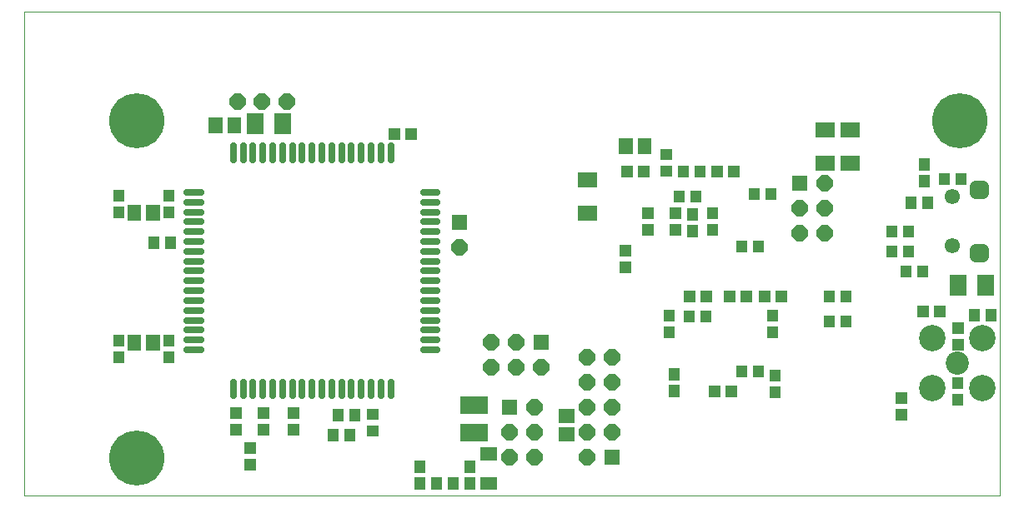
<source format=gbs>
G75*
%MOIN*%
%OFA0B0*%
%FSLAX25Y25*%
%IPPOS*%
%LPD*%
%AMOC8*
5,1,8,0,0,1.08239X$1,22.5*
%
%ADD10C,0.00000*%
%ADD11C,0.00260*%
%ADD12C,0.00276*%
%ADD13C,0.00236*%
%ADD14C,0.22050*%
%ADD15C,0.00268*%
%ADD16R,0.06394X0.06394*%
%ADD17OC8,0.06394*%
%ADD18C,0.02756*%
%ADD19C,0.06102*%
%ADD20C,0.04488*%
%ADD21C,0.00256*%
%ADD22C,0.09292*%
%ADD23C,0.10553*%
D10*
X0022595Y0009348D02*
X0412516Y0009348D01*
X0412516Y0203167D01*
X0022595Y0203167D01*
X0022595Y0009348D01*
D11*
X0104863Y0033967D02*
X0104863Y0038037D01*
X0109327Y0038037D01*
X0109327Y0033967D01*
X0104863Y0033967D01*
X0104863Y0034226D02*
X0109327Y0034226D01*
X0109327Y0034485D02*
X0104863Y0034485D01*
X0104863Y0034744D02*
X0109327Y0034744D01*
X0109327Y0035003D02*
X0104863Y0035003D01*
X0104863Y0035262D02*
X0109327Y0035262D01*
X0109327Y0035521D02*
X0104863Y0035521D01*
X0104863Y0035780D02*
X0109327Y0035780D01*
X0109327Y0036039D02*
X0104863Y0036039D01*
X0104863Y0036298D02*
X0109327Y0036298D01*
X0109327Y0036557D02*
X0104863Y0036557D01*
X0104863Y0036816D02*
X0109327Y0036816D01*
X0109327Y0037075D02*
X0104863Y0037075D01*
X0104863Y0037334D02*
X0109327Y0037334D01*
X0109327Y0037593D02*
X0104863Y0037593D01*
X0104863Y0037852D02*
X0109327Y0037852D01*
X0104863Y0040659D02*
X0104863Y0044729D01*
X0109327Y0044729D01*
X0109327Y0040659D01*
X0104863Y0040659D01*
X0104863Y0040918D02*
X0109327Y0040918D01*
X0109327Y0041177D02*
X0104863Y0041177D01*
X0104863Y0041436D02*
X0109327Y0041436D01*
X0109327Y0041695D02*
X0104863Y0041695D01*
X0104863Y0041954D02*
X0109327Y0041954D01*
X0109327Y0042213D02*
X0104863Y0042213D01*
X0104863Y0042472D02*
X0109327Y0042472D01*
X0109327Y0042731D02*
X0104863Y0042731D01*
X0104863Y0042990D02*
X0109327Y0042990D01*
X0109327Y0043249D02*
X0104863Y0043249D01*
X0104863Y0043508D02*
X0109327Y0043508D01*
X0109327Y0043767D02*
X0104863Y0043767D01*
X0104863Y0044026D02*
X0109327Y0044026D01*
X0109327Y0044285D02*
X0104863Y0044285D01*
X0104863Y0044544D02*
X0109327Y0044544D01*
X0115863Y0044729D02*
X0115863Y0040659D01*
X0115863Y0044729D02*
X0120327Y0044729D01*
X0120327Y0040659D01*
X0115863Y0040659D01*
X0115863Y0040918D02*
X0120327Y0040918D01*
X0120327Y0041177D02*
X0115863Y0041177D01*
X0115863Y0041436D02*
X0120327Y0041436D01*
X0120327Y0041695D02*
X0115863Y0041695D01*
X0115863Y0041954D02*
X0120327Y0041954D01*
X0120327Y0042213D02*
X0115863Y0042213D01*
X0115863Y0042472D02*
X0120327Y0042472D01*
X0120327Y0042731D02*
X0115863Y0042731D01*
X0115863Y0042990D02*
X0120327Y0042990D01*
X0120327Y0043249D02*
X0115863Y0043249D01*
X0115863Y0043508D02*
X0120327Y0043508D01*
X0120327Y0043767D02*
X0115863Y0043767D01*
X0115863Y0044026D02*
X0120327Y0044026D01*
X0120327Y0044285D02*
X0115863Y0044285D01*
X0115863Y0044544D02*
X0120327Y0044544D01*
X0127863Y0044729D02*
X0127863Y0040659D01*
X0127863Y0044729D02*
X0132327Y0044729D01*
X0132327Y0040659D01*
X0127863Y0040659D01*
X0127863Y0040918D02*
X0132327Y0040918D01*
X0132327Y0041177D02*
X0127863Y0041177D01*
X0127863Y0041436D02*
X0132327Y0041436D01*
X0132327Y0041695D02*
X0127863Y0041695D01*
X0127863Y0041954D02*
X0132327Y0041954D01*
X0132327Y0042213D02*
X0127863Y0042213D01*
X0127863Y0042472D02*
X0132327Y0042472D01*
X0132327Y0042731D02*
X0127863Y0042731D01*
X0127863Y0042990D02*
X0132327Y0042990D01*
X0132327Y0043249D02*
X0127863Y0043249D01*
X0127863Y0043508D02*
X0132327Y0043508D01*
X0132327Y0043767D02*
X0127863Y0043767D01*
X0127863Y0044026D02*
X0132327Y0044026D01*
X0132327Y0044285D02*
X0127863Y0044285D01*
X0127863Y0044544D02*
X0132327Y0044544D01*
X0145714Y0039616D02*
X0149784Y0039616D01*
X0145714Y0039616D02*
X0145714Y0044080D01*
X0149784Y0044080D01*
X0149784Y0039616D01*
X0149784Y0039875D02*
X0145714Y0039875D01*
X0145714Y0040134D02*
X0149784Y0040134D01*
X0149784Y0040393D02*
X0145714Y0040393D01*
X0145714Y0040652D02*
X0149784Y0040652D01*
X0149784Y0040911D02*
X0145714Y0040911D01*
X0145714Y0041170D02*
X0149784Y0041170D01*
X0149784Y0041429D02*
X0145714Y0041429D01*
X0145714Y0041688D02*
X0149784Y0041688D01*
X0149784Y0041947D02*
X0145714Y0041947D01*
X0145714Y0042206D02*
X0149784Y0042206D01*
X0149784Y0042465D02*
X0145714Y0042465D01*
X0145714Y0042724D02*
X0149784Y0042724D01*
X0149784Y0042983D02*
X0145714Y0042983D01*
X0145714Y0043242D02*
X0149784Y0043242D01*
X0149784Y0043501D02*
X0145714Y0043501D01*
X0145714Y0043760D02*
X0149784Y0043760D01*
X0149784Y0044019D02*
X0145714Y0044019D01*
X0152407Y0039616D02*
X0156477Y0039616D01*
X0152407Y0039616D02*
X0152407Y0044080D01*
X0156477Y0044080D01*
X0156477Y0039616D01*
X0156477Y0039875D02*
X0152407Y0039875D01*
X0152407Y0040134D02*
X0156477Y0040134D01*
X0156477Y0040393D02*
X0152407Y0040393D01*
X0152407Y0040652D02*
X0156477Y0040652D01*
X0156477Y0040911D02*
X0152407Y0040911D01*
X0152407Y0041170D02*
X0156477Y0041170D01*
X0156477Y0041429D02*
X0152407Y0041429D01*
X0152407Y0041688D02*
X0156477Y0041688D01*
X0156477Y0041947D02*
X0152407Y0041947D01*
X0152407Y0042206D02*
X0156477Y0042206D01*
X0156477Y0042465D02*
X0152407Y0042465D01*
X0152407Y0042724D02*
X0156477Y0042724D01*
X0156477Y0042983D02*
X0152407Y0042983D01*
X0152407Y0043242D02*
X0156477Y0043242D01*
X0156477Y0043501D02*
X0152407Y0043501D01*
X0152407Y0043760D02*
X0156477Y0043760D01*
X0156477Y0044019D02*
X0152407Y0044019D01*
X0163827Y0044229D02*
X0163827Y0040159D01*
X0159363Y0040159D01*
X0159363Y0044229D01*
X0163827Y0044229D01*
X0163827Y0040418D02*
X0159363Y0040418D01*
X0159363Y0040677D02*
X0163827Y0040677D01*
X0163827Y0040936D02*
X0159363Y0040936D01*
X0159363Y0041195D02*
X0163827Y0041195D01*
X0163827Y0041454D02*
X0159363Y0041454D01*
X0159363Y0041713D02*
X0163827Y0041713D01*
X0163827Y0041972D02*
X0159363Y0041972D01*
X0159363Y0042231D02*
X0163827Y0042231D01*
X0163827Y0042490D02*
X0159363Y0042490D01*
X0159363Y0042749D02*
X0163827Y0042749D01*
X0163827Y0043008D02*
X0159363Y0043008D01*
X0159363Y0043267D02*
X0163827Y0043267D01*
X0163827Y0043526D02*
X0159363Y0043526D01*
X0159363Y0043785D02*
X0163827Y0043785D01*
X0163827Y0044044D02*
X0159363Y0044044D01*
X0163827Y0037537D02*
X0163827Y0033467D01*
X0159363Y0033467D01*
X0159363Y0037537D01*
X0163827Y0037537D01*
X0163827Y0033726D02*
X0159363Y0033726D01*
X0159363Y0033985D02*
X0163827Y0033985D01*
X0163827Y0034244D02*
X0159363Y0034244D01*
X0159363Y0034503D02*
X0163827Y0034503D01*
X0163827Y0034762D02*
X0159363Y0034762D01*
X0159363Y0035021D02*
X0163827Y0035021D01*
X0163827Y0035280D02*
X0159363Y0035280D01*
X0159363Y0035539D02*
X0163827Y0035539D01*
X0163827Y0035798D02*
X0159363Y0035798D01*
X0159363Y0036057D02*
X0163827Y0036057D01*
X0163827Y0036316D02*
X0159363Y0036316D01*
X0159363Y0036575D02*
X0163827Y0036575D01*
X0163827Y0036834D02*
X0159363Y0036834D01*
X0159363Y0037093D02*
X0163827Y0037093D01*
X0163827Y0037352D02*
X0159363Y0037352D01*
X0154477Y0031616D02*
X0150407Y0031616D01*
X0150407Y0036080D01*
X0154477Y0036080D01*
X0154477Y0031616D01*
X0154477Y0031875D02*
X0150407Y0031875D01*
X0150407Y0032134D02*
X0154477Y0032134D01*
X0154477Y0032393D02*
X0150407Y0032393D01*
X0150407Y0032652D02*
X0154477Y0032652D01*
X0154477Y0032911D02*
X0150407Y0032911D01*
X0150407Y0033170D02*
X0154477Y0033170D01*
X0154477Y0033429D02*
X0150407Y0033429D01*
X0150407Y0033688D02*
X0154477Y0033688D01*
X0154477Y0033947D02*
X0150407Y0033947D01*
X0150407Y0034206D02*
X0154477Y0034206D01*
X0154477Y0034465D02*
X0150407Y0034465D01*
X0150407Y0034724D02*
X0154477Y0034724D01*
X0154477Y0034983D02*
X0150407Y0034983D01*
X0150407Y0035242D02*
X0154477Y0035242D01*
X0154477Y0035501D02*
X0150407Y0035501D01*
X0150407Y0035760D02*
X0154477Y0035760D01*
X0154477Y0036019D02*
X0150407Y0036019D01*
X0147784Y0031616D02*
X0143714Y0031616D01*
X0143714Y0036080D01*
X0147784Y0036080D01*
X0147784Y0031616D01*
X0147784Y0031875D02*
X0143714Y0031875D01*
X0143714Y0032134D02*
X0147784Y0032134D01*
X0147784Y0032393D02*
X0143714Y0032393D01*
X0143714Y0032652D02*
X0147784Y0032652D01*
X0147784Y0032911D02*
X0143714Y0032911D01*
X0143714Y0033170D02*
X0147784Y0033170D01*
X0147784Y0033429D02*
X0143714Y0033429D01*
X0143714Y0033688D02*
X0147784Y0033688D01*
X0147784Y0033947D02*
X0143714Y0033947D01*
X0143714Y0034206D02*
X0147784Y0034206D01*
X0147784Y0034465D02*
X0143714Y0034465D01*
X0143714Y0034724D02*
X0147784Y0034724D01*
X0147784Y0034983D02*
X0143714Y0034983D01*
X0143714Y0035242D02*
X0147784Y0035242D01*
X0147784Y0035501D02*
X0143714Y0035501D01*
X0143714Y0035760D02*
X0147784Y0035760D01*
X0147784Y0036019D02*
X0143714Y0036019D01*
X0127863Y0038037D02*
X0127863Y0033967D01*
X0127863Y0038037D02*
X0132327Y0038037D01*
X0132327Y0033967D01*
X0127863Y0033967D01*
X0127863Y0034226D02*
X0132327Y0034226D01*
X0132327Y0034485D02*
X0127863Y0034485D01*
X0127863Y0034744D02*
X0132327Y0034744D01*
X0132327Y0035003D02*
X0127863Y0035003D01*
X0127863Y0035262D02*
X0132327Y0035262D01*
X0132327Y0035521D02*
X0127863Y0035521D01*
X0127863Y0035780D02*
X0132327Y0035780D01*
X0132327Y0036039D02*
X0127863Y0036039D01*
X0127863Y0036298D02*
X0132327Y0036298D01*
X0132327Y0036557D02*
X0127863Y0036557D01*
X0127863Y0036816D02*
X0132327Y0036816D01*
X0132327Y0037075D02*
X0127863Y0037075D01*
X0127863Y0037334D02*
X0132327Y0037334D01*
X0132327Y0037593D02*
X0127863Y0037593D01*
X0127863Y0037852D02*
X0132327Y0037852D01*
X0115863Y0038037D02*
X0115863Y0033967D01*
X0115863Y0038037D02*
X0120327Y0038037D01*
X0120327Y0033967D01*
X0115863Y0033967D01*
X0115863Y0034226D02*
X0120327Y0034226D01*
X0120327Y0034485D02*
X0115863Y0034485D01*
X0115863Y0034744D02*
X0120327Y0034744D01*
X0120327Y0035003D02*
X0115863Y0035003D01*
X0115863Y0035262D02*
X0120327Y0035262D01*
X0120327Y0035521D02*
X0115863Y0035521D01*
X0115863Y0035780D02*
X0120327Y0035780D01*
X0120327Y0036039D02*
X0115863Y0036039D01*
X0115863Y0036298D02*
X0120327Y0036298D01*
X0120327Y0036557D02*
X0115863Y0036557D01*
X0115863Y0036816D02*
X0120327Y0036816D01*
X0120327Y0037075D02*
X0115863Y0037075D01*
X0115863Y0037334D02*
X0120327Y0037334D01*
X0120327Y0037593D02*
X0115863Y0037593D01*
X0115863Y0037852D02*
X0120327Y0037852D01*
X0110363Y0030729D02*
X0110363Y0026659D01*
X0110363Y0030729D02*
X0114827Y0030729D01*
X0114827Y0026659D01*
X0110363Y0026659D01*
X0110363Y0026918D02*
X0114827Y0026918D01*
X0114827Y0027177D02*
X0110363Y0027177D01*
X0110363Y0027436D02*
X0114827Y0027436D01*
X0114827Y0027695D02*
X0110363Y0027695D01*
X0110363Y0027954D02*
X0114827Y0027954D01*
X0114827Y0028213D02*
X0110363Y0028213D01*
X0110363Y0028472D02*
X0114827Y0028472D01*
X0114827Y0028731D02*
X0110363Y0028731D01*
X0110363Y0028990D02*
X0114827Y0028990D01*
X0114827Y0029249D02*
X0110363Y0029249D01*
X0110363Y0029508D02*
X0114827Y0029508D01*
X0114827Y0029767D02*
X0110363Y0029767D01*
X0110363Y0030026D02*
X0114827Y0030026D01*
X0114827Y0030285D02*
X0110363Y0030285D01*
X0110363Y0030544D02*
X0114827Y0030544D01*
X0110363Y0024037D02*
X0110363Y0019967D01*
X0110363Y0024037D02*
X0114827Y0024037D01*
X0114827Y0019967D01*
X0110363Y0019967D01*
X0110363Y0020226D02*
X0114827Y0020226D01*
X0114827Y0020485D02*
X0110363Y0020485D01*
X0110363Y0020744D02*
X0114827Y0020744D01*
X0114827Y0021003D02*
X0110363Y0021003D01*
X0110363Y0021262D02*
X0114827Y0021262D01*
X0114827Y0021521D02*
X0110363Y0021521D01*
X0110363Y0021780D02*
X0114827Y0021780D01*
X0114827Y0022039D02*
X0110363Y0022039D01*
X0110363Y0022298D02*
X0114827Y0022298D01*
X0114827Y0022557D02*
X0110363Y0022557D01*
X0110363Y0022816D02*
X0114827Y0022816D01*
X0114827Y0023075D02*
X0110363Y0023075D01*
X0110363Y0023334D02*
X0114827Y0023334D01*
X0114827Y0023593D02*
X0110363Y0023593D01*
X0110363Y0023852D02*
X0114827Y0023852D01*
X0182630Y0023426D02*
X0182630Y0018962D01*
X0178560Y0018962D01*
X0178560Y0023426D01*
X0182630Y0023426D01*
X0182630Y0019221D02*
X0178560Y0019221D01*
X0178560Y0019480D02*
X0182630Y0019480D01*
X0182630Y0019739D02*
X0178560Y0019739D01*
X0178560Y0019998D02*
X0182630Y0019998D01*
X0182630Y0020257D02*
X0178560Y0020257D01*
X0178560Y0020516D02*
X0182630Y0020516D01*
X0182630Y0020775D02*
X0178560Y0020775D01*
X0178560Y0021034D02*
X0182630Y0021034D01*
X0182630Y0021293D02*
X0178560Y0021293D01*
X0178560Y0021552D02*
X0182630Y0021552D01*
X0182630Y0021811D02*
X0178560Y0021811D01*
X0178560Y0022070D02*
X0182630Y0022070D01*
X0182630Y0022329D02*
X0178560Y0022329D01*
X0178560Y0022588D02*
X0182630Y0022588D01*
X0182630Y0022847D02*
X0178560Y0022847D01*
X0178560Y0023106D02*
X0182630Y0023106D01*
X0182630Y0023365D02*
X0178560Y0023365D01*
X0182630Y0016734D02*
X0182630Y0012270D01*
X0178560Y0012270D01*
X0178560Y0016734D01*
X0182630Y0016734D01*
X0182630Y0012529D02*
X0178560Y0012529D01*
X0178560Y0012788D02*
X0182630Y0012788D01*
X0182630Y0013047D02*
X0178560Y0013047D01*
X0178560Y0013306D02*
X0182630Y0013306D01*
X0182630Y0013565D02*
X0178560Y0013565D01*
X0178560Y0013824D02*
X0182630Y0013824D01*
X0182630Y0014083D02*
X0178560Y0014083D01*
X0178560Y0014342D02*
X0182630Y0014342D01*
X0182630Y0014601D02*
X0178560Y0014601D01*
X0178560Y0014860D02*
X0182630Y0014860D01*
X0182630Y0015119D02*
X0178560Y0015119D01*
X0178560Y0015378D02*
X0182630Y0015378D01*
X0182630Y0015637D02*
X0178560Y0015637D01*
X0178560Y0015896D02*
X0182630Y0015896D01*
X0182630Y0016155D02*
X0178560Y0016155D01*
X0178560Y0016414D02*
X0182630Y0016414D01*
X0182630Y0016673D02*
X0178560Y0016673D01*
X0185214Y0016738D02*
X0189284Y0016738D01*
X0189284Y0012274D01*
X0185214Y0012274D01*
X0185214Y0016738D01*
X0185214Y0012533D02*
X0189284Y0012533D01*
X0189284Y0012792D02*
X0185214Y0012792D01*
X0185214Y0013051D02*
X0189284Y0013051D01*
X0189284Y0013310D02*
X0185214Y0013310D01*
X0185214Y0013569D02*
X0189284Y0013569D01*
X0189284Y0013828D02*
X0185214Y0013828D01*
X0185214Y0014087D02*
X0189284Y0014087D01*
X0189284Y0014346D02*
X0185214Y0014346D01*
X0185214Y0014605D02*
X0189284Y0014605D01*
X0189284Y0014864D02*
X0185214Y0014864D01*
X0185214Y0015123D02*
X0189284Y0015123D01*
X0189284Y0015382D02*
X0185214Y0015382D01*
X0185214Y0015641D02*
X0189284Y0015641D01*
X0189284Y0015900D02*
X0185214Y0015900D01*
X0185214Y0016159D02*
X0189284Y0016159D01*
X0189284Y0016418D02*
X0185214Y0016418D01*
X0185214Y0016677D02*
X0189284Y0016677D01*
X0191907Y0016738D02*
X0195977Y0016738D01*
X0195977Y0012274D01*
X0191907Y0012274D01*
X0191907Y0016738D01*
X0191907Y0012533D02*
X0195977Y0012533D01*
X0195977Y0012792D02*
X0191907Y0012792D01*
X0191907Y0013051D02*
X0195977Y0013051D01*
X0195977Y0013310D02*
X0191907Y0013310D01*
X0191907Y0013569D02*
X0195977Y0013569D01*
X0195977Y0013828D02*
X0191907Y0013828D01*
X0191907Y0014087D02*
X0195977Y0014087D01*
X0195977Y0014346D02*
X0191907Y0014346D01*
X0191907Y0014605D02*
X0195977Y0014605D01*
X0195977Y0014864D02*
X0191907Y0014864D01*
X0191907Y0015123D02*
X0195977Y0015123D01*
X0195977Y0015382D02*
X0191907Y0015382D01*
X0191907Y0015641D02*
X0195977Y0015641D01*
X0195977Y0015900D02*
X0191907Y0015900D01*
X0191907Y0016159D02*
X0195977Y0016159D01*
X0195977Y0016418D02*
X0191907Y0016418D01*
X0191907Y0016677D02*
X0195977Y0016677D01*
X0202630Y0016734D02*
X0202630Y0012270D01*
X0198560Y0012270D01*
X0198560Y0016734D01*
X0202630Y0016734D01*
X0202630Y0012529D02*
X0198560Y0012529D01*
X0198560Y0012788D02*
X0202630Y0012788D01*
X0202630Y0013047D02*
X0198560Y0013047D01*
X0198560Y0013306D02*
X0202630Y0013306D01*
X0202630Y0013565D02*
X0198560Y0013565D01*
X0198560Y0013824D02*
X0202630Y0013824D01*
X0202630Y0014083D02*
X0198560Y0014083D01*
X0198560Y0014342D02*
X0202630Y0014342D01*
X0202630Y0014601D02*
X0198560Y0014601D01*
X0198560Y0014860D02*
X0202630Y0014860D01*
X0202630Y0015119D02*
X0198560Y0015119D01*
X0198560Y0015378D02*
X0202630Y0015378D01*
X0202630Y0015637D02*
X0198560Y0015637D01*
X0198560Y0015896D02*
X0202630Y0015896D01*
X0202630Y0016155D02*
X0198560Y0016155D01*
X0198560Y0016414D02*
X0202630Y0016414D01*
X0202630Y0016673D02*
X0198560Y0016673D01*
X0202630Y0018962D02*
X0202630Y0023426D01*
X0202630Y0018962D02*
X0198560Y0018962D01*
X0198560Y0023426D01*
X0202630Y0023426D01*
X0202630Y0019221D02*
X0198560Y0019221D01*
X0198560Y0019480D02*
X0202630Y0019480D01*
X0202630Y0019739D02*
X0198560Y0019739D01*
X0198560Y0019998D02*
X0202630Y0019998D01*
X0202630Y0020257D02*
X0198560Y0020257D01*
X0198560Y0020516D02*
X0202630Y0020516D01*
X0202630Y0020775D02*
X0198560Y0020775D01*
X0198560Y0021034D02*
X0202630Y0021034D01*
X0202630Y0021293D02*
X0198560Y0021293D01*
X0198560Y0021552D02*
X0202630Y0021552D01*
X0202630Y0021811D02*
X0198560Y0021811D01*
X0198560Y0022070D02*
X0202630Y0022070D01*
X0202630Y0022329D02*
X0198560Y0022329D01*
X0198560Y0022588D02*
X0202630Y0022588D01*
X0202630Y0022847D02*
X0198560Y0022847D01*
X0198560Y0023106D02*
X0202630Y0023106D01*
X0202630Y0023365D02*
X0198560Y0023365D01*
X0284130Y0049270D02*
X0284130Y0053734D01*
X0284130Y0049270D02*
X0280060Y0049270D01*
X0280060Y0053734D01*
X0284130Y0053734D01*
X0284130Y0049529D02*
X0280060Y0049529D01*
X0280060Y0049788D02*
X0284130Y0049788D01*
X0284130Y0050047D02*
X0280060Y0050047D01*
X0280060Y0050306D02*
X0284130Y0050306D01*
X0284130Y0050565D02*
X0280060Y0050565D01*
X0280060Y0050824D02*
X0284130Y0050824D01*
X0284130Y0051083D02*
X0280060Y0051083D01*
X0280060Y0051342D02*
X0284130Y0051342D01*
X0284130Y0051601D02*
X0280060Y0051601D01*
X0280060Y0051860D02*
X0284130Y0051860D01*
X0284130Y0052119D02*
X0280060Y0052119D01*
X0280060Y0052378D02*
X0284130Y0052378D01*
X0284130Y0052637D02*
X0280060Y0052637D01*
X0280060Y0052896D02*
X0284130Y0052896D01*
X0284130Y0053155D02*
X0280060Y0053155D01*
X0280060Y0053414D02*
X0284130Y0053414D01*
X0284130Y0053673D02*
X0280060Y0053673D01*
X0284130Y0055962D02*
X0284130Y0060426D01*
X0284130Y0055962D02*
X0280060Y0055962D01*
X0280060Y0060426D01*
X0284130Y0060426D01*
X0284130Y0056221D02*
X0280060Y0056221D01*
X0280060Y0056480D02*
X0284130Y0056480D01*
X0284130Y0056739D02*
X0280060Y0056739D01*
X0280060Y0056998D02*
X0284130Y0056998D01*
X0284130Y0057257D02*
X0280060Y0057257D01*
X0280060Y0057516D02*
X0284130Y0057516D01*
X0284130Y0057775D02*
X0280060Y0057775D01*
X0280060Y0058034D02*
X0284130Y0058034D01*
X0284130Y0058293D02*
X0280060Y0058293D01*
X0280060Y0058552D02*
X0284130Y0058552D01*
X0284130Y0058811D02*
X0280060Y0058811D01*
X0280060Y0059070D02*
X0284130Y0059070D01*
X0284130Y0059329D02*
X0280060Y0059329D01*
X0280060Y0059588D02*
X0284130Y0059588D01*
X0284130Y0059847D02*
X0280060Y0059847D01*
X0280060Y0060106D02*
X0284130Y0060106D01*
X0284130Y0060365D02*
X0280060Y0060365D01*
X0296017Y0053383D02*
X0300481Y0053383D01*
X0300481Y0049313D01*
X0296017Y0049313D01*
X0296017Y0053383D01*
X0296017Y0049572D02*
X0300481Y0049572D01*
X0300481Y0049831D02*
X0296017Y0049831D01*
X0296017Y0050090D02*
X0300481Y0050090D01*
X0300481Y0050349D02*
X0296017Y0050349D01*
X0296017Y0050608D02*
X0300481Y0050608D01*
X0300481Y0050867D02*
X0296017Y0050867D01*
X0296017Y0051126D02*
X0300481Y0051126D01*
X0300481Y0051385D02*
X0296017Y0051385D01*
X0296017Y0051644D02*
X0300481Y0051644D01*
X0300481Y0051903D02*
X0296017Y0051903D01*
X0296017Y0052162D02*
X0300481Y0052162D01*
X0300481Y0052421D02*
X0296017Y0052421D01*
X0296017Y0052680D02*
X0300481Y0052680D01*
X0300481Y0052939D02*
X0296017Y0052939D01*
X0296017Y0053198D02*
X0300481Y0053198D01*
X0302710Y0053383D02*
X0307174Y0053383D01*
X0307174Y0049313D01*
X0302710Y0049313D01*
X0302710Y0053383D01*
X0302710Y0049572D02*
X0307174Y0049572D01*
X0307174Y0049831D02*
X0302710Y0049831D01*
X0302710Y0050090D02*
X0307174Y0050090D01*
X0307174Y0050349D02*
X0302710Y0050349D01*
X0302710Y0050608D02*
X0307174Y0050608D01*
X0307174Y0050867D02*
X0302710Y0050867D01*
X0302710Y0051126D02*
X0307174Y0051126D01*
X0307174Y0051385D02*
X0302710Y0051385D01*
X0302710Y0051644D02*
X0307174Y0051644D01*
X0307174Y0051903D02*
X0302710Y0051903D01*
X0302710Y0052162D02*
X0307174Y0052162D01*
X0307174Y0052421D02*
X0302710Y0052421D01*
X0302710Y0052680D02*
X0307174Y0052680D01*
X0307174Y0052939D02*
X0302710Y0052939D01*
X0302710Y0053198D02*
X0307174Y0053198D01*
X0307214Y0061580D02*
X0311284Y0061580D01*
X0311284Y0057116D01*
X0307214Y0057116D01*
X0307214Y0061580D01*
X0307214Y0057375D02*
X0311284Y0057375D01*
X0311284Y0057634D02*
X0307214Y0057634D01*
X0307214Y0057893D02*
X0311284Y0057893D01*
X0311284Y0058152D02*
X0307214Y0058152D01*
X0307214Y0058411D02*
X0311284Y0058411D01*
X0311284Y0058670D02*
X0307214Y0058670D01*
X0307214Y0058929D02*
X0311284Y0058929D01*
X0311284Y0059188D02*
X0307214Y0059188D01*
X0307214Y0059447D02*
X0311284Y0059447D01*
X0311284Y0059706D02*
X0307214Y0059706D01*
X0307214Y0059965D02*
X0311284Y0059965D01*
X0311284Y0060224D02*
X0307214Y0060224D01*
X0307214Y0060483D02*
X0311284Y0060483D01*
X0311284Y0060742D02*
X0307214Y0060742D01*
X0307214Y0061001D02*
X0311284Y0061001D01*
X0311284Y0061260D02*
X0307214Y0061260D01*
X0307214Y0061519D02*
X0311284Y0061519D01*
X0313907Y0061580D02*
X0317977Y0061580D01*
X0317977Y0057116D01*
X0313907Y0057116D01*
X0313907Y0061580D01*
X0313907Y0057375D02*
X0317977Y0057375D01*
X0317977Y0057634D02*
X0313907Y0057634D01*
X0313907Y0057893D02*
X0317977Y0057893D01*
X0317977Y0058152D02*
X0313907Y0058152D01*
X0313907Y0058411D02*
X0317977Y0058411D01*
X0317977Y0058670D02*
X0313907Y0058670D01*
X0313907Y0058929D02*
X0317977Y0058929D01*
X0317977Y0059188D02*
X0313907Y0059188D01*
X0313907Y0059447D02*
X0317977Y0059447D01*
X0317977Y0059706D02*
X0313907Y0059706D01*
X0313907Y0059965D02*
X0317977Y0059965D01*
X0317977Y0060224D02*
X0313907Y0060224D01*
X0313907Y0060483D02*
X0317977Y0060483D01*
X0317977Y0060742D02*
X0313907Y0060742D01*
X0313907Y0061001D02*
X0317977Y0061001D01*
X0317977Y0061260D02*
X0313907Y0061260D01*
X0313907Y0061519D02*
X0317977Y0061519D01*
X0320560Y0059926D02*
X0320560Y0055462D01*
X0320560Y0059926D02*
X0324630Y0059926D01*
X0324630Y0055462D01*
X0320560Y0055462D01*
X0320560Y0055721D02*
X0324630Y0055721D01*
X0324630Y0055980D02*
X0320560Y0055980D01*
X0320560Y0056239D02*
X0324630Y0056239D01*
X0324630Y0056498D02*
X0320560Y0056498D01*
X0320560Y0056757D02*
X0324630Y0056757D01*
X0324630Y0057016D02*
X0320560Y0057016D01*
X0320560Y0057275D02*
X0324630Y0057275D01*
X0324630Y0057534D02*
X0320560Y0057534D01*
X0320560Y0057793D02*
X0324630Y0057793D01*
X0324630Y0058052D02*
X0320560Y0058052D01*
X0320560Y0058311D02*
X0324630Y0058311D01*
X0324630Y0058570D02*
X0320560Y0058570D01*
X0320560Y0058829D02*
X0324630Y0058829D01*
X0324630Y0059088D02*
X0320560Y0059088D01*
X0320560Y0059347D02*
X0324630Y0059347D01*
X0324630Y0059606D02*
X0320560Y0059606D01*
X0320560Y0059865D02*
X0324630Y0059865D01*
X0320560Y0053234D02*
X0320560Y0048770D01*
X0320560Y0053234D02*
X0324630Y0053234D01*
X0324630Y0048770D01*
X0320560Y0048770D01*
X0320560Y0049029D02*
X0324630Y0049029D01*
X0324630Y0049288D02*
X0320560Y0049288D01*
X0320560Y0049547D02*
X0324630Y0049547D01*
X0324630Y0049806D02*
X0320560Y0049806D01*
X0320560Y0050065D02*
X0324630Y0050065D01*
X0324630Y0050324D02*
X0320560Y0050324D01*
X0320560Y0050583D02*
X0324630Y0050583D01*
X0324630Y0050842D02*
X0320560Y0050842D01*
X0320560Y0051101D02*
X0324630Y0051101D01*
X0324630Y0051360D02*
X0320560Y0051360D01*
X0320560Y0051619D02*
X0324630Y0051619D01*
X0324630Y0051878D02*
X0320560Y0051878D01*
X0320560Y0052137D02*
X0324630Y0052137D01*
X0324630Y0052396D02*
X0320560Y0052396D01*
X0320560Y0052655D02*
X0324630Y0052655D01*
X0324630Y0052914D02*
X0320560Y0052914D01*
X0320560Y0053173D02*
X0324630Y0053173D01*
X0319560Y0072770D02*
X0319560Y0077234D01*
X0323630Y0077234D01*
X0323630Y0072770D01*
X0319560Y0072770D01*
X0319560Y0073029D02*
X0323630Y0073029D01*
X0323630Y0073288D02*
X0319560Y0073288D01*
X0319560Y0073547D02*
X0323630Y0073547D01*
X0323630Y0073806D02*
X0319560Y0073806D01*
X0319560Y0074065D02*
X0323630Y0074065D01*
X0323630Y0074324D02*
X0319560Y0074324D01*
X0319560Y0074583D02*
X0323630Y0074583D01*
X0323630Y0074842D02*
X0319560Y0074842D01*
X0319560Y0075101D02*
X0323630Y0075101D01*
X0323630Y0075360D02*
X0319560Y0075360D01*
X0319560Y0075619D02*
X0323630Y0075619D01*
X0323630Y0075878D02*
X0319560Y0075878D01*
X0319560Y0076137D02*
X0323630Y0076137D01*
X0323630Y0076396D02*
X0319560Y0076396D01*
X0319560Y0076655D02*
X0323630Y0076655D01*
X0323630Y0076914D02*
X0319560Y0076914D01*
X0319560Y0077173D02*
X0323630Y0077173D01*
X0319560Y0079462D02*
X0319560Y0083926D01*
X0323630Y0083926D01*
X0323630Y0079462D01*
X0319560Y0079462D01*
X0319560Y0079721D02*
X0323630Y0079721D01*
X0323630Y0079980D02*
X0319560Y0079980D01*
X0319560Y0080239D02*
X0323630Y0080239D01*
X0323630Y0080498D02*
X0319560Y0080498D01*
X0319560Y0080757D02*
X0323630Y0080757D01*
X0323630Y0081016D02*
X0319560Y0081016D01*
X0319560Y0081275D02*
X0323630Y0081275D01*
X0323630Y0081534D02*
X0319560Y0081534D01*
X0319560Y0081793D02*
X0323630Y0081793D01*
X0323630Y0082052D02*
X0319560Y0082052D01*
X0319560Y0082311D02*
X0323630Y0082311D01*
X0323630Y0082570D02*
X0319560Y0082570D01*
X0319560Y0082829D02*
X0323630Y0082829D01*
X0323630Y0083088D02*
X0319560Y0083088D01*
X0319560Y0083347D02*
X0323630Y0083347D01*
X0323630Y0083606D02*
X0319560Y0083606D01*
X0319560Y0083865D02*
X0323630Y0083865D01*
X0322710Y0091383D02*
X0327174Y0091383D01*
X0327174Y0087313D01*
X0322710Y0087313D01*
X0322710Y0091383D01*
X0322710Y0087572D02*
X0327174Y0087572D01*
X0327174Y0087831D02*
X0322710Y0087831D01*
X0322710Y0088090D02*
X0327174Y0088090D01*
X0327174Y0088349D02*
X0322710Y0088349D01*
X0322710Y0088608D02*
X0327174Y0088608D01*
X0327174Y0088867D02*
X0322710Y0088867D01*
X0322710Y0089126D02*
X0327174Y0089126D01*
X0327174Y0089385D02*
X0322710Y0089385D01*
X0322710Y0089644D02*
X0327174Y0089644D01*
X0327174Y0089903D02*
X0322710Y0089903D01*
X0322710Y0090162D02*
X0327174Y0090162D01*
X0327174Y0090421D02*
X0322710Y0090421D01*
X0322710Y0090680D02*
X0327174Y0090680D01*
X0327174Y0090939D02*
X0322710Y0090939D01*
X0322710Y0091198D02*
X0327174Y0091198D01*
X0320481Y0091383D02*
X0316017Y0091383D01*
X0320481Y0091383D02*
X0320481Y0087313D01*
X0316017Y0087313D01*
X0316017Y0091383D01*
X0316017Y0087572D02*
X0320481Y0087572D01*
X0320481Y0087831D02*
X0316017Y0087831D01*
X0316017Y0088090D02*
X0320481Y0088090D01*
X0320481Y0088349D02*
X0316017Y0088349D01*
X0316017Y0088608D02*
X0320481Y0088608D01*
X0320481Y0088867D02*
X0316017Y0088867D01*
X0316017Y0089126D02*
X0320481Y0089126D01*
X0320481Y0089385D02*
X0316017Y0089385D01*
X0316017Y0089644D02*
X0320481Y0089644D01*
X0320481Y0089903D02*
X0316017Y0089903D01*
X0316017Y0090162D02*
X0320481Y0090162D01*
X0320481Y0090421D02*
X0316017Y0090421D01*
X0316017Y0090680D02*
X0320481Y0090680D01*
X0320481Y0090939D02*
X0316017Y0090939D01*
X0316017Y0091198D02*
X0320481Y0091198D01*
X0313174Y0091383D02*
X0308710Y0091383D01*
X0313174Y0091383D02*
X0313174Y0087313D01*
X0308710Y0087313D01*
X0308710Y0091383D01*
X0308710Y0087572D02*
X0313174Y0087572D01*
X0313174Y0087831D02*
X0308710Y0087831D01*
X0308710Y0088090D02*
X0313174Y0088090D01*
X0313174Y0088349D02*
X0308710Y0088349D01*
X0308710Y0088608D02*
X0313174Y0088608D01*
X0313174Y0088867D02*
X0308710Y0088867D01*
X0308710Y0089126D02*
X0313174Y0089126D01*
X0313174Y0089385D02*
X0308710Y0089385D01*
X0308710Y0089644D02*
X0313174Y0089644D01*
X0313174Y0089903D02*
X0308710Y0089903D01*
X0308710Y0090162D02*
X0313174Y0090162D01*
X0313174Y0090421D02*
X0308710Y0090421D01*
X0308710Y0090680D02*
X0313174Y0090680D01*
X0313174Y0090939D02*
X0308710Y0090939D01*
X0308710Y0091198D02*
X0313174Y0091198D01*
X0306481Y0091383D02*
X0302017Y0091383D01*
X0306481Y0091383D02*
X0306481Y0087313D01*
X0302017Y0087313D01*
X0302017Y0091383D01*
X0302017Y0087572D02*
X0306481Y0087572D01*
X0306481Y0087831D02*
X0302017Y0087831D01*
X0302017Y0088090D02*
X0306481Y0088090D01*
X0306481Y0088349D02*
X0302017Y0088349D01*
X0302017Y0088608D02*
X0306481Y0088608D01*
X0306481Y0088867D02*
X0302017Y0088867D01*
X0302017Y0089126D02*
X0306481Y0089126D01*
X0306481Y0089385D02*
X0302017Y0089385D01*
X0302017Y0089644D02*
X0306481Y0089644D01*
X0306481Y0089903D02*
X0302017Y0089903D01*
X0302017Y0090162D02*
X0306481Y0090162D01*
X0306481Y0090421D02*
X0302017Y0090421D01*
X0302017Y0090680D02*
X0306481Y0090680D01*
X0306481Y0090939D02*
X0302017Y0090939D01*
X0302017Y0091198D02*
X0306481Y0091198D01*
X0297174Y0087313D02*
X0292710Y0087313D01*
X0292710Y0091383D01*
X0297174Y0091383D01*
X0297174Y0087313D01*
X0297174Y0087572D02*
X0292710Y0087572D01*
X0292710Y0087831D02*
X0297174Y0087831D01*
X0297174Y0088090D02*
X0292710Y0088090D01*
X0292710Y0088349D02*
X0297174Y0088349D01*
X0297174Y0088608D02*
X0292710Y0088608D01*
X0292710Y0088867D02*
X0297174Y0088867D01*
X0297174Y0089126D02*
X0292710Y0089126D01*
X0292710Y0089385D02*
X0297174Y0089385D01*
X0297174Y0089644D02*
X0292710Y0089644D01*
X0292710Y0089903D02*
X0297174Y0089903D01*
X0297174Y0090162D02*
X0292710Y0090162D01*
X0292710Y0090421D02*
X0297174Y0090421D01*
X0297174Y0090680D02*
X0292710Y0090680D01*
X0292710Y0090939D02*
X0297174Y0090939D01*
X0297174Y0091198D02*
X0292710Y0091198D01*
X0290481Y0087313D02*
X0286017Y0087313D01*
X0286017Y0091383D01*
X0290481Y0091383D01*
X0290481Y0087313D01*
X0290481Y0087572D02*
X0286017Y0087572D01*
X0286017Y0087831D02*
X0290481Y0087831D01*
X0290481Y0088090D02*
X0286017Y0088090D01*
X0286017Y0088349D02*
X0290481Y0088349D01*
X0290481Y0088608D02*
X0286017Y0088608D01*
X0286017Y0088867D02*
X0290481Y0088867D01*
X0290481Y0089126D02*
X0286017Y0089126D01*
X0286017Y0089385D02*
X0290481Y0089385D01*
X0290481Y0089644D02*
X0286017Y0089644D01*
X0286017Y0089903D02*
X0290481Y0089903D01*
X0290481Y0090162D02*
X0286017Y0090162D01*
X0286017Y0090421D02*
X0290481Y0090421D01*
X0290481Y0090680D02*
X0286017Y0090680D01*
X0286017Y0090939D02*
X0290481Y0090939D01*
X0290481Y0091198D02*
X0286017Y0091198D01*
X0286214Y0079116D02*
X0290284Y0079116D01*
X0286214Y0079116D02*
X0286214Y0083580D01*
X0290284Y0083580D01*
X0290284Y0079116D01*
X0290284Y0079375D02*
X0286214Y0079375D01*
X0286214Y0079634D02*
X0290284Y0079634D01*
X0290284Y0079893D02*
X0286214Y0079893D01*
X0286214Y0080152D02*
X0290284Y0080152D01*
X0290284Y0080411D02*
X0286214Y0080411D01*
X0286214Y0080670D02*
X0290284Y0080670D01*
X0290284Y0080929D02*
X0286214Y0080929D01*
X0286214Y0081188D02*
X0290284Y0081188D01*
X0290284Y0081447D02*
X0286214Y0081447D01*
X0286214Y0081706D02*
X0290284Y0081706D01*
X0290284Y0081965D02*
X0286214Y0081965D01*
X0286214Y0082224D02*
X0290284Y0082224D01*
X0290284Y0082483D02*
X0286214Y0082483D01*
X0286214Y0082742D02*
X0290284Y0082742D01*
X0290284Y0083001D02*
X0286214Y0083001D01*
X0286214Y0083260D02*
X0290284Y0083260D01*
X0290284Y0083519D02*
X0286214Y0083519D01*
X0278060Y0083926D02*
X0278060Y0079462D01*
X0278060Y0083926D02*
X0282130Y0083926D01*
X0282130Y0079462D01*
X0278060Y0079462D01*
X0278060Y0079721D02*
X0282130Y0079721D01*
X0282130Y0079980D02*
X0278060Y0079980D01*
X0278060Y0080239D02*
X0282130Y0080239D01*
X0282130Y0080498D02*
X0278060Y0080498D01*
X0278060Y0080757D02*
X0282130Y0080757D01*
X0282130Y0081016D02*
X0278060Y0081016D01*
X0278060Y0081275D02*
X0282130Y0081275D01*
X0282130Y0081534D02*
X0278060Y0081534D01*
X0278060Y0081793D02*
X0282130Y0081793D01*
X0282130Y0082052D02*
X0278060Y0082052D01*
X0278060Y0082311D02*
X0282130Y0082311D01*
X0282130Y0082570D02*
X0278060Y0082570D01*
X0278060Y0082829D02*
X0282130Y0082829D01*
X0282130Y0083088D02*
X0278060Y0083088D01*
X0278060Y0083347D02*
X0282130Y0083347D01*
X0282130Y0083606D02*
X0278060Y0083606D01*
X0278060Y0083865D02*
X0282130Y0083865D01*
X0278060Y0077234D02*
X0278060Y0072770D01*
X0278060Y0077234D02*
X0282130Y0077234D01*
X0282130Y0072770D01*
X0278060Y0072770D01*
X0278060Y0073029D02*
X0282130Y0073029D01*
X0282130Y0073288D02*
X0278060Y0073288D01*
X0278060Y0073547D02*
X0282130Y0073547D01*
X0282130Y0073806D02*
X0278060Y0073806D01*
X0278060Y0074065D02*
X0282130Y0074065D01*
X0282130Y0074324D02*
X0278060Y0074324D01*
X0278060Y0074583D02*
X0282130Y0074583D01*
X0282130Y0074842D02*
X0278060Y0074842D01*
X0278060Y0075101D02*
X0282130Y0075101D01*
X0282130Y0075360D02*
X0278060Y0075360D01*
X0278060Y0075619D02*
X0282130Y0075619D01*
X0282130Y0075878D02*
X0278060Y0075878D01*
X0278060Y0076137D02*
X0282130Y0076137D01*
X0282130Y0076396D02*
X0278060Y0076396D01*
X0278060Y0076655D02*
X0282130Y0076655D01*
X0282130Y0076914D02*
X0278060Y0076914D01*
X0278060Y0077173D02*
X0282130Y0077173D01*
X0292907Y0079116D02*
X0296977Y0079116D01*
X0292907Y0079116D02*
X0292907Y0083580D01*
X0296977Y0083580D01*
X0296977Y0079116D01*
X0296977Y0079375D02*
X0292907Y0079375D01*
X0292907Y0079634D02*
X0296977Y0079634D01*
X0296977Y0079893D02*
X0292907Y0079893D01*
X0292907Y0080152D02*
X0296977Y0080152D01*
X0296977Y0080411D02*
X0292907Y0080411D01*
X0292907Y0080670D02*
X0296977Y0080670D01*
X0296977Y0080929D02*
X0292907Y0080929D01*
X0292907Y0081188D02*
X0296977Y0081188D01*
X0296977Y0081447D02*
X0292907Y0081447D01*
X0292907Y0081706D02*
X0296977Y0081706D01*
X0296977Y0081965D02*
X0292907Y0081965D01*
X0292907Y0082224D02*
X0296977Y0082224D01*
X0296977Y0082483D02*
X0292907Y0082483D01*
X0292907Y0082742D02*
X0296977Y0082742D01*
X0296977Y0083001D02*
X0292907Y0083001D01*
X0292907Y0083260D02*
X0296977Y0083260D01*
X0296977Y0083519D02*
X0292907Y0083519D01*
X0264827Y0098967D02*
X0264827Y0103037D01*
X0264827Y0098967D02*
X0260363Y0098967D01*
X0260363Y0103037D01*
X0264827Y0103037D01*
X0264827Y0099226D02*
X0260363Y0099226D01*
X0260363Y0099485D02*
X0264827Y0099485D01*
X0264827Y0099744D02*
X0260363Y0099744D01*
X0260363Y0100003D02*
X0264827Y0100003D01*
X0264827Y0100262D02*
X0260363Y0100262D01*
X0260363Y0100521D02*
X0264827Y0100521D01*
X0264827Y0100780D02*
X0260363Y0100780D01*
X0260363Y0101039D02*
X0264827Y0101039D01*
X0264827Y0101298D02*
X0260363Y0101298D01*
X0260363Y0101557D02*
X0264827Y0101557D01*
X0264827Y0101816D02*
X0260363Y0101816D01*
X0260363Y0102075D02*
X0264827Y0102075D01*
X0264827Y0102334D02*
X0260363Y0102334D01*
X0260363Y0102593D02*
X0264827Y0102593D01*
X0264827Y0102852D02*
X0260363Y0102852D01*
X0264827Y0105659D02*
X0264827Y0109729D01*
X0264827Y0105659D02*
X0260363Y0105659D01*
X0260363Y0109729D01*
X0264827Y0109729D01*
X0264827Y0105918D02*
X0260363Y0105918D01*
X0260363Y0106177D02*
X0264827Y0106177D01*
X0264827Y0106436D02*
X0260363Y0106436D01*
X0260363Y0106695D02*
X0264827Y0106695D01*
X0264827Y0106954D02*
X0260363Y0106954D01*
X0260363Y0107213D02*
X0264827Y0107213D01*
X0264827Y0107472D02*
X0260363Y0107472D01*
X0260363Y0107731D02*
X0264827Y0107731D01*
X0264827Y0107990D02*
X0260363Y0107990D01*
X0260363Y0108249D02*
X0264827Y0108249D01*
X0264827Y0108508D02*
X0260363Y0108508D01*
X0260363Y0108767D02*
X0264827Y0108767D01*
X0264827Y0109026D02*
X0260363Y0109026D01*
X0260363Y0109285D02*
X0264827Y0109285D01*
X0264827Y0109544D02*
X0260363Y0109544D01*
X0269363Y0113967D02*
X0269363Y0118037D01*
X0273827Y0118037D01*
X0273827Y0113967D01*
X0269363Y0113967D01*
X0269363Y0114226D02*
X0273827Y0114226D01*
X0273827Y0114485D02*
X0269363Y0114485D01*
X0269363Y0114744D02*
X0273827Y0114744D01*
X0273827Y0115003D02*
X0269363Y0115003D01*
X0269363Y0115262D02*
X0273827Y0115262D01*
X0273827Y0115521D02*
X0269363Y0115521D01*
X0269363Y0115780D02*
X0273827Y0115780D01*
X0273827Y0116039D02*
X0269363Y0116039D01*
X0269363Y0116298D02*
X0273827Y0116298D01*
X0273827Y0116557D02*
X0269363Y0116557D01*
X0269363Y0116816D02*
X0273827Y0116816D01*
X0273827Y0117075D02*
X0269363Y0117075D01*
X0269363Y0117334D02*
X0273827Y0117334D01*
X0273827Y0117593D02*
X0269363Y0117593D01*
X0269363Y0117852D02*
X0273827Y0117852D01*
X0280363Y0118037D02*
X0280363Y0113967D01*
X0280363Y0118037D02*
X0284827Y0118037D01*
X0284827Y0113967D01*
X0280363Y0113967D01*
X0280363Y0114226D02*
X0284827Y0114226D01*
X0284827Y0114485D02*
X0280363Y0114485D01*
X0280363Y0114744D02*
X0284827Y0114744D01*
X0284827Y0115003D02*
X0280363Y0115003D01*
X0280363Y0115262D02*
X0284827Y0115262D01*
X0284827Y0115521D02*
X0280363Y0115521D01*
X0280363Y0115780D02*
X0284827Y0115780D01*
X0284827Y0116039D02*
X0280363Y0116039D01*
X0280363Y0116298D02*
X0284827Y0116298D01*
X0284827Y0116557D02*
X0280363Y0116557D01*
X0280363Y0116816D02*
X0284827Y0116816D01*
X0284827Y0117075D02*
X0280363Y0117075D01*
X0280363Y0117334D02*
X0284827Y0117334D01*
X0284827Y0117593D02*
X0280363Y0117593D01*
X0280363Y0117852D02*
X0284827Y0117852D01*
X0287560Y0117734D02*
X0287560Y0113270D01*
X0287560Y0117734D02*
X0291630Y0117734D01*
X0291630Y0113270D01*
X0287560Y0113270D01*
X0287560Y0113529D02*
X0291630Y0113529D01*
X0291630Y0113788D02*
X0287560Y0113788D01*
X0287560Y0114047D02*
X0291630Y0114047D01*
X0291630Y0114306D02*
X0287560Y0114306D01*
X0287560Y0114565D02*
X0291630Y0114565D01*
X0291630Y0114824D02*
X0287560Y0114824D01*
X0287560Y0115083D02*
X0291630Y0115083D01*
X0291630Y0115342D02*
X0287560Y0115342D01*
X0287560Y0115601D02*
X0291630Y0115601D01*
X0291630Y0115860D02*
X0287560Y0115860D01*
X0287560Y0116119D02*
X0291630Y0116119D01*
X0291630Y0116378D02*
X0287560Y0116378D01*
X0287560Y0116637D02*
X0291630Y0116637D01*
X0291630Y0116896D02*
X0287560Y0116896D01*
X0287560Y0117155D02*
X0291630Y0117155D01*
X0291630Y0117414D02*
X0287560Y0117414D01*
X0287560Y0117673D02*
X0291630Y0117673D01*
X0287560Y0119962D02*
X0287560Y0124426D01*
X0291630Y0124426D01*
X0291630Y0119962D01*
X0287560Y0119962D01*
X0287560Y0120221D02*
X0291630Y0120221D01*
X0291630Y0120480D02*
X0287560Y0120480D01*
X0287560Y0120739D02*
X0291630Y0120739D01*
X0291630Y0120998D02*
X0287560Y0120998D01*
X0287560Y0121257D02*
X0291630Y0121257D01*
X0291630Y0121516D02*
X0287560Y0121516D01*
X0287560Y0121775D02*
X0291630Y0121775D01*
X0291630Y0122034D02*
X0287560Y0122034D01*
X0287560Y0122293D02*
X0291630Y0122293D01*
X0291630Y0122552D02*
X0287560Y0122552D01*
X0287560Y0122811D02*
X0291630Y0122811D01*
X0291630Y0123070D02*
X0287560Y0123070D01*
X0287560Y0123329D02*
X0291630Y0123329D01*
X0291630Y0123588D02*
X0287560Y0123588D01*
X0287560Y0123847D02*
X0291630Y0123847D01*
X0291630Y0124106D02*
X0287560Y0124106D01*
X0287560Y0124365D02*
X0291630Y0124365D01*
X0292977Y0127116D02*
X0288907Y0127116D01*
X0288907Y0131580D01*
X0292977Y0131580D01*
X0292977Y0127116D01*
X0292977Y0127375D02*
X0288907Y0127375D01*
X0288907Y0127634D02*
X0292977Y0127634D01*
X0292977Y0127893D02*
X0288907Y0127893D01*
X0288907Y0128152D02*
X0292977Y0128152D01*
X0292977Y0128411D02*
X0288907Y0128411D01*
X0288907Y0128670D02*
X0292977Y0128670D01*
X0292977Y0128929D02*
X0288907Y0128929D01*
X0288907Y0129188D02*
X0292977Y0129188D01*
X0292977Y0129447D02*
X0288907Y0129447D01*
X0288907Y0129706D02*
X0292977Y0129706D01*
X0292977Y0129965D02*
X0288907Y0129965D01*
X0288907Y0130224D02*
X0292977Y0130224D01*
X0292977Y0130483D02*
X0288907Y0130483D01*
X0288907Y0130742D02*
X0292977Y0130742D01*
X0292977Y0131001D02*
X0288907Y0131001D01*
X0288907Y0131260D02*
X0292977Y0131260D01*
X0292977Y0131519D02*
X0288907Y0131519D01*
X0286284Y0127116D02*
X0282214Y0127116D01*
X0282214Y0131580D01*
X0286284Y0131580D01*
X0286284Y0127116D01*
X0286284Y0127375D02*
X0282214Y0127375D01*
X0282214Y0127634D02*
X0286284Y0127634D01*
X0286284Y0127893D02*
X0282214Y0127893D01*
X0282214Y0128152D02*
X0286284Y0128152D01*
X0286284Y0128411D02*
X0282214Y0128411D01*
X0282214Y0128670D02*
X0286284Y0128670D01*
X0286284Y0128929D02*
X0282214Y0128929D01*
X0282214Y0129188D02*
X0286284Y0129188D01*
X0286284Y0129447D02*
X0282214Y0129447D01*
X0282214Y0129706D02*
X0286284Y0129706D01*
X0286284Y0129965D02*
X0282214Y0129965D01*
X0282214Y0130224D02*
X0286284Y0130224D01*
X0286284Y0130483D02*
X0282214Y0130483D01*
X0282214Y0130742D02*
X0286284Y0130742D01*
X0286284Y0131001D02*
X0282214Y0131001D01*
X0282214Y0131260D02*
X0286284Y0131260D01*
X0286284Y0131519D02*
X0282214Y0131519D01*
X0280363Y0124729D02*
X0280363Y0120659D01*
X0280363Y0124729D02*
X0284827Y0124729D01*
X0284827Y0120659D01*
X0280363Y0120659D01*
X0280363Y0120918D02*
X0284827Y0120918D01*
X0284827Y0121177D02*
X0280363Y0121177D01*
X0280363Y0121436D02*
X0284827Y0121436D01*
X0284827Y0121695D02*
X0280363Y0121695D01*
X0280363Y0121954D02*
X0284827Y0121954D01*
X0284827Y0122213D02*
X0280363Y0122213D01*
X0280363Y0122472D02*
X0284827Y0122472D01*
X0284827Y0122731D02*
X0280363Y0122731D01*
X0280363Y0122990D02*
X0284827Y0122990D01*
X0284827Y0123249D02*
X0280363Y0123249D01*
X0280363Y0123508D02*
X0284827Y0123508D01*
X0284827Y0123767D02*
X0280363Y0123767D01*
X0280363Y0124026D02*
X0284827Y0124026D01*
X0284827Y0124285D02*
X0280363Y0124285D01*
X0280363Y0124544D02*
X0284827Y0124544D01*
X0299630Y0124926D02*
X0299630Y0120462D01*
X0295560Y0120462D01*
X0295560Y0124926D01*
X0299630Y0124926D01*
X0299630Y0120721D02*
X0295560Y0120721D01*
X0295560Y0120980D02*
X0299630Y0120980D01*
X0299630Y0121239D02*
X0295560Y0121239D01*
X0295560Y0121498D02*
X0299630Y0121498D01*
X0299630Y0121757D02*
X0295560Y0121757D01*
X0295560Y0122016D02*
X0299630Y0122016D01*
X0299630Y0122275D02*
X0295560Y0122275D01*
X0295560Y0122534D02*
X0299630Y0122534D01*
X0299630Y0122793D02*
X0295560Y0122793D01*
X0295560Y0123052D02*
X0299630Y0123052D01*
X0299630Y0123311D02*
X0295560Y0123311D01*
X0295560Y0123570D02*
X0299630Y0123570D01*
X0299630Y0123829D02*
X0295560Y0123829D01*
X0295560Y0124088D02*
X0299630Y0124088D01*
X0299630Y0124347D02*
X0295560Y0124347D01*
X0295560Y0124606D02*
X0299630Y0124606D01*
X0299630Y0124865D02*
X0295560Y0124865D01*
X0299630Y0118234D02*
X0299630Y0113770D01*
X0295560Y0113770D01*
X0295560Y0118234D01*
X0299630Y0118234D01*
X0299630Y0114029D02*
X0295560Y0114029D01*
X0295560Y0114288D02*
X0299630Y0114288D01*
X0299630Y0114547D02*
X0295560Y0114547D01*
X0295560Y0114806D02*
X0299630Y0114806D01*
X0299630Y0115065D02*
X0295560Y0115065D01*
X0295560Y0115324D02*
X0299630Y0115324D01*
X0299630Y0115583D02*
X0295560Y0115583D01*
X0295560Y0115842D02*
X0299630Y0115842D01*
X0299630Y0116101D02*
X0295560Y0116101D01*
X0295560Y0116360D02*
X0299630Y0116360D01*
X0299630Y0116619D02*
X0295560Y0116619D01*
X0295560Y0116878D02*
X0299630Y0116878D01*
X0299630Y0117137D02*
X0295560Y0117137D01*
X0295560Y0117396D02*
X0299630Y0117396D01*
X0299630Y0117655D02*
X0295560Y0117655D01*
X0295560Y0117914D02*
X0299630Y0117914D01*
X0299630Y0118173D02*
X0295560Y0118173D01*
X0307214Y0107116D02*
X0311284Y0107116D01*
X0307214Y0107116D02*
X0307214Y0111580D01*
X0311284Y0111580D01*
X0311284Y0107116D01*
X0311284Y0107375D02*
X0307214Y0107375D01*
X0307214Y0107634D02*
X0311284Y0107634D01*
X0311284Y0107893D02*
X0307214Y0107893D01*
X0307214Y0108152D02*
X0311284Y0108152D01*
X0311284Y0108411D02*
X0307214Y0108411D01*
X0307214Y0108670D02*
X0311284Y0108670D01*
X0311284Y0108929D02*
X0307214Y0108929D01*
X0307214Y0109188D02*
X0311284Y0109188D01*
X0311284Y0109447D02*
X0307214Y0109447D01*
X0307214Y0109706D02*
X0311284Y0109706D01*
X0311284Y0109965D02*
X0307214Y0109965D01*
X0307214Y0110224D02*
X0311284Y0110224D01*
X0311284Y0110483D02*
X0307214Y0110483D01*
X0307214Y0110742D02*
X0311284Y0110742D01*
X0311284Y0111001D02*
X0307214Y0111001D01*
X0307214Y0111260D02*
X0311284Y0111260D01*
X0311284Y0111519D02*
X0307214Y0111519D01*
X0313907Y0107116D02*
X0317977Y0107116D01*
X0313907Y0107116D02*
X0313907Y0111580D01*
X0317977Y0111580D01*
X0317977Y0107116D01*
X0317977Y0107375D02*
X0313907Y0107375D01*
X0313907Y0107634D02*
X0317977Y0107634D01*
X0317977Y0107893D02*
X0313907Y0107893D01*
X0313907Y0108152D02*
X0317977Y0108152D01*
X0317977Y0108411D02*
X0313907Y0108411D01*
X0313907Y0108670D02*
X0317977Y0108670D01*
X0317977Y0108929D02*
X0313907Y0108929D01*
X0313907Y0109188D02*
X0317977Y0109188D01*
X0317977Y0109447D02*
X0313907Y0109447D01*
X0313907Y0109706D02*
X0317977Y0109706D01*
X0317977Y0109965D02*
X0313907Y0109965D01*
X0313907Y0110224D02*
X0317977Y0110224D01*
X0317977Y0110483D02*
X0313907Y0110483D01*
X0313907Y0110742D02*
X0317977Y0110742D01*
X0317977Y0111001D02*
X0313907Y0111001D01*
X0313907Y0111260D02*
X0317977Y0111260D01*
X0317977Y0111519D02*
X0313907Y0111519D01*
X0312214Y0132580D02*
X0316284Y0132580D01*
X0316284Y0128116D01*
X0312214Y0128116D01*
X0312214Y0132580D01*
X0312214Y0128375D02*
X0316284Y0128375D01*
X0316284Y0128634D02*
X0312214Y0128634D01*
X0312214Y0128893D02*
X0316284Y0128893D01*
X0316284Y0129152D02*
X0312214Y0129152D01*
X0312214Y0129411D02*
X0316284Y0129411D01*
X0316284Y0129670D02*
X0312214Y0129670D01*
X0312214Y0129929D02*
X0316284Y0129929D01*
X0316284Y0130188D02*
X0312214Y0130188D01*
X0312214Y0130447D02*
X0316284Y0130447D01*
X0316284Y0130706D02*
X0312214Y0130706D01*
X0312214Y0130965D02*
X0316284Y0130965D01*
X0316284Y0131224D02*
X0312214Y0131224D01*
X0312214Y0131483D02*
X0316284Y0131483D01*
X0316284Y0131742D02*
X0312214Y0131742D01*
X0312214Y0132001D02*
X0316284Y0132001D01*
X0316284Y0132260D02*
X0312214Y0132260D01*
X0312214Y0132519D02*
X0316284Y0132519D01*
X0318907Y0132580D02*
X0322977Y0132580D01*
X0322977Y0128116D01*
X0318907Y0128116D01*
X0318907Y0132580D01*
X0318907Y0128375D02*
X0322977Y0128375D01*
X0322977Y0128634D02*
X0318907Y0128634D01*
X0318907Y0128893D02*
X0322977Y0128893D01*
X0322977Y0129152D02*
X0318907Y0129152D01*
X0318907Y0129411D02*
X0322977Y0129411D01*
X0322977Y0129670D02*
X0318907Y0129670D01*
X0318907Y0129929D02*
X0322977Y0129929D01*
X0322977Y0130188D02*
X0318907Y0130188D01*
X0318907Y0130447D02*
X0322977Y0130447D01*
X0322977Y0130706D02*
X0318907Y0130706D01*
X0318907Y0130965D02*
X0322977Y0130965D01*
X0322977Y0131224D02*
X0318907Y0131224D01*
X0318907Y0131483D02*
X0322977Y0131483D01*
X0322977Y0131742D02*
X0318907Y0131742D01*
X0318907Y0132001D02*
X0322977Y0132001D01*
X0322977Y0132260D02*
X0318907Y0132260D01*
X0318907Y0132519D02*
X0322977Y0132519D01*
X0308174Y0141383D02*
X0303710Y0141383D01*
X0308174Y0141383D02*
X0308174Y0137313D01*
X0303710Y0137313D01*
X0303710Y0141383D01*
X0303710Y0137572D02*
X0308174Y0137572D01*
X0308174Y0137831D02*
X0303710Y0137831D01*
X0303710Y0138090D02*
X0308174Y0138090D01*
X0308174Y0138349D02*
X0303710Y0138349D01*
X0303710Y0138608D02*
X0308174Y0138608D01*
X0308174Y0138867D02*
X0303710Y0138867D01*
X0303710Y0139126D02*
X0308174Y0139126D01*
X0308174Y0139385D02*
X0303710Y0139385D01*
X0303710Y0139644D02*
X0308174Y0139644D01*
X0308174Y0139903D02*
X0303710Y0139903D01*
X0303710Y0140162D02*
X0308174Y0140162D01*
X0308174Y0140421D02*
X0303710Y0140421D01*
X0303710Y0140680D02*
X0308174Y0140680D01*
X0308174Y0140939D02*
X0303710Y0140939D01*
X0303710Y0141198D02*
X0308174Y0141198D01*
X0301481Y0141383D02*
X0297017Y0141383D01*
X0301481Y0141383D02*
X0301481Y0137313D01*
X0297017Y0137313D01*
X0297017Y0141383D01*
X0297017Y0137572D02*
X0301481Y0137572D01*
X0301481Y0137831D02*
X0297017Y0137831D01*
X0297017Y0138090D02*
X0301481Y0138090D01*
X0301481Y0138349D02*
X0297017Y0138349D01*
X0297017Y0138608D02*
X0301481Y0138608D01*
X0301481Y0138867D02*
X0297017Y0138867D01*
X0297017Y0139126D02*
X0301481Y0139126D01*
X0301481Y0139385D02*
X0297017Y0139385D01*
X0297017Y0139644D02*
X0301481Y0139644D01*
X0301481Y0139903D02*
X0297017Y0139903D01*
X0297017Y0140162D02*
X0301481Y0140162D01*
X0301481Y0140421D02*
X0297017Y0140421D01*
X0297017Y0140680D02*
X0301481Y0140680D01*
X0301481Y0140939D02*
X0297017Y0140939D01*
X0297017Y0141198D02*
X0301481Y0141198D01*
X0294477Y0141580D02*
X0290407Y0141580D01*
X0294477Y0141580D02*
X0294477Y0137116D01*
X0290407Y0137116D01*
X0290407Y0141580D01*
X0290407Y0137375D02*
X0294477Y0137375D01*
X0294477Y0137634D02*
X0290407Y0137634D01*
X0290407Y0137893D02*
X0294477Y0137893D01*
X0294477Y0138152D02*
X0290407Y0138152D01*
X0290407Y0138411D02*
X0294477Y0138411D01*
X0294477Y0138670D02*
X0290407Y0138670D01*
X0290407Y0138929D02*
X0294477Y0138929D01*
X0294477Y0139188D02*
X0290407Y0139188D01*
X0290407Y0139447D02*
X0294477Y0139447D01*
X0294477Y0139706D02*
X0290407Y0139706D01*
X0290407Y0139965D02*
X0294477Y0139965D01*
X0294477Y0140224D02*
X0290407Y0140224D01*
X0290407Y0140483D02*
X0294477Y0140483D01*
X0294477Y0140742D02*
X0290407Y0140742D01*
X0290407Y0141001D02*
X0294477Y0141001D01*
X0294477Y0141260D02*
X0290407Y0141260D01*
X0290407Y0141519D02*
X0294477Y0141519D01*
X0287784Y0141580D02*
X0283714Y0141580D01*
X0287784Y0141580D02*
X0287784Y0137116D01*
X0283714Y0137116D01*
X0283714Y0141580D01*
X0283714Y0137375D02*
X0287784Y0137375D01*
X0287784Y0137634D02*
X0283714Y0137634D01*
X0283714Y0137893D02*
X0287784Y0137893D01*
X0287784Y0138152D02*
X0283714Y0138152D01*
X0283714Y0138411D02*
X0287784Y0138411D01*
X0287784Y0138670D02*
X0283714Y0138670D01*
X0283714Y0138929D02*
X0287784Y0138929D01*
X0287784Y0139188D02*
X0283714Y0139188D01*
X0283714Y0139447D02*
X0287784Y0139447D01*
X0287784Y0139706D02*
X0283714Y0139706D01*
X0283714Y0139965D02*
X0287784Y0139965D01*
X0287784Y0140224D02*
X0283714Y0140224D01*
X0283714Y0140483D02*
X0287784Y0140483D01*
X0287784Y0140742D02*
X0283714Y0140742D01*
X0283714Y0141001D02*
X0287784Y0141001D01*
X0287784Y0141260D02*
X0283714Y0141260D01*
X0283714Y0141519D02*
X0287784Y0141519D01*
X0281327Y0141537D02*
X0281327Y0137467D01*
X0276863Y0137467D01*
X0276863Y0141537D01*
X0281327Y0141537D01*
X0281327Y0137726D02*
X0276863Y0137726D01*
X0276863Y0137985D02*
X0281327Y0137985D01*
X0281327Y0138244D02*
X0276863Y0138244D01*
X0276863Y0138503D02*
X0281327Y0138503D01*
X0281327Y0138762D02*
X0276863Y0138762D01*
X0276863Y0139021D02*
X0281327Y0139021D01*
X0281327Y0139280D02*
X0276863Y0139280D01*
X0276863Y0139539D02*
X0281327Y0139539D01*
X0281327Y0139798D02*
X0276863Y0139798D01*
X0276863Y0140057D02*
X0281327Y0140057D01*
X0281327Y0140316D02*
X0276863Y0140316D01*
X0276863Y0140575D02*
X0281327Y0140575D01*
X0281327Y0140834D02*
X0276863Y0140834D01*
X0276863Y0141093D02*
X0281327Y0141093D01*
X0281327Y0141352D02*
X0276863Y0141352D01*
X0272174Y0137313D02*
X0267710Y0137313D01*
X0267710Y0141383D01*
X0272174Y0141383D01*
X0272174Y0137313D01*
X0272174Y0137572D02*
X0267710Y0137572D01*
X0267710Y0137831D02*
X0272174Y0137831D01*
X0272174Y0138090D02*
X0267710Y0138090D01*
X0267710Y0138349D02*
X0272174Y0138349D01*
X0272174Y0138608D02*
X0267710Y0138608D01*
X0267710Y0138867D02*
X0272174Y0138867D01*
X0272174Y0139126D02*
X0267710Y0139126D01*
X0267710Y0139385D02*
X0272174Y0139385D01*
X0272174Y0139644D02*
X0267710Y0139644D01*
X0267710Y0139903D02*
X0272174Y0139903D01*
X0272174Y0140162D02*
X0267710Y0140162D01*
X0267710Y0140421D02*
X0272174Y0140421D01*
X0272174Y0140680D02*
X0267710Y0140680D01*
X0267710Y0140939D02*
X0272174Y0140939D01*
X0272174Y0141198D02*
X0267710Y0141198D01*
X0265481Y0137313D02*
X0261017Y0137313D01*
X0261017Y0141383D01*
X0265481Y0141383D01*
X0265481Y0137313D01*
X0265481Y0137572D02*
X0261017Y0137572D01*
X0261017Y0137831D02*
X0265481Y0137831D01*
X0265481Y0138090D02*
X0261017Y0138090D01*
X0261017Y0138349D02*
X0265481Y0138349D01*
X0265481Y0138608D02*
X0261017Y0138608D01*
X0261017Y0138867D02*
X0265481Y0138867D01*
X0265481Y0139126D02*
X0261017Y0139126D01*
X0261017Y0139385D02*
X0265481Y0139385D01*
X0265481Y0139644D02*
X0261017Y0139644D01*
X0261017Y0139903D02*
X0265481Y0139903D01*
X0265481Y0140162D02*
X0261017Y0140162D01*
X0261017Y0140421D02*
X0265481Y0140421D01*
X0265481Y0140680D02*
X0261017Y0140680D01*
X0261017Y0140939D02*
X0265481Y0140939D01*
X0265481Y0141198D02*
X0261017Y0141198D01*
X0281327Y0144159D02*
X0281327Y0148229D01*
X0281327Y0144159D02*
X0276863Y0144159D01*
X0276863Y0148229D01*
X0281327Y0148229D01*
X0281327Y0144418D02*
X0276863Y0144418D01*
X0276863Y0144677D02*
X0281327Y0144677D01*
X0281327Y0144936D02*
X0276863Y0144936D01*
X0276863Y0145195D02*
X0281327Y0145195D01*
X0281327Y0145454D02*
X0276863Y0145454D01*
X0276863Y0145713D02*
X0281327Y0145713D01*
X0281327Y0145972D02*
X0276863Y0145972D01*
X0276863Y0146231D02*
X0281327Y0146231D01*
X0281327Y0146490D02*
X0276863Y0146490D01*
X0276863Y0146749D02*
X0281327Y0146749D01*
X0281327Y0147008D02*
X0276863Y0147008D01*
X0276863Y0147267D02*
X0281327Y0147267D01*
X0281327Y0147526D02*
X0276863Y0147526D01*
X0276863Y0147785D02*
X0281327Y0147785D01*
X0281327Y0148044D02*
X0276863Y0148044D01*
X0269363Y0124729D02*
X0269363Y0120659D01*
X0269363Y0124729D02*
X0273827Y0124729D01*
X0273827Y0120659D01*
X0269363Y0120659D01*
X0269363Y0120918D02*
X0273827Y0120918D01*
X0273827Y0121177D02*
X0269363Y0121177D01*
X0269363Y0121436D02*
X0273827Y0121436D01*
X0273827Y0121695D02*
X0269363Y0121695D01*
X0269363Y0121954D02*
X0273827Y0121954D01*
X0273827Y0122213D02*
X0269363Y0122213D01*
X0269363Y0122472D02*
X0273827Y0122472D01*
X0273827Y0122731D02*
X0269363Y0122731D01*
X0269363Y0122990D02*
X0273827Y0122990D01*
X0273827Y0123249D02*
X0269363Y0123249D01*
X0269363Y0123508D02*
X0273827Y0123508D01*
X0273827Y0123767D02*
X0269363Y0123767D01*
X0269363Y0124026D02*
X0273827Y0124026D01*
X0273827Y0124285D02*
X0269363Y0124285D01*
X0269363Y0124544D02*
X0273827Y0124544D01*
X0342214Y0087116D02*
X0346284Y0087116D01*
X0342214Y0087116D02*
X0342214Y0091580D01*
X0346284Y0091580D01*
X0346284Y0087116D01*
X0346284Y0087375D02*
X0342214Y0087375D01*
X0342214Y0087634D02*
X0346284Y0087634D01*
X0346284Y0087893D02*
X0342214Y0087893D01*
X0342214Y0088152D02*
X0346284Y0088152D01*
X0346284Y0088411D02*
X0342214Y0088411D01*
X0342214Y0088670D02*
X0346284Y0088670D01*
X0346284Y0088929D02*
X0342214Y0088929D01*
X0342214Y0089188D02*
X0346284Y0089188D01*
X0346284Y0089447D02*
X0342214Y0089447D01*
X0342214Y0089706D02*
X0346284Y0089706D01*
X0346284Y0089965D02*
X0342214Y0089965D01*
X0342214Y0090224D02*
X0346284Y0090224D01*
X0346284Y0090483D02*
X0342214Y0090483D01*
X0342214Y0090742D02*
X0346284Y0090742D01*
X0346284Y0091001D02*
X0342214Y0091001D01*
X0342214Y0091260D02*
X0346284Y0091260D01*
X0346284Y0091519D02*
X0342214Y0091519D01*
X0348907Y0087116D02*
X0352977Y0087116D01*
X0348907Y0087116D02*
X0348907Y0091580D01*
X0352977Y0091580D01*
X0352977Y0087116D01*
X0352977Y0087375D02*
X0348907Y0087375D01*
X0348907Y0087634D02*
X0352977Y0087634D01*
X0352977Y0087893D02*
X0348907Y0087893D01*
X0348907Y0088152D02*
X0352977Y0088152D01*
X0352977Y0088411D02*
X0348907Y0088411D01*
X0348907Y0088670D02*
X0352977Y0088670D01*
X0352977Y0088929D02*
X0348907Y0088929D01*
X0348907Y0089188D02*
X0352977Y0089188D01*
X0352977Y0089447D02*
X0348907Y0089447D01*
X0348907Y0089706D02*
X0352977Y0089706D01*
X0352977Y0089965D02*
X0348907Y0089965D01*
X0348907Y0090224D02*
X0352977Y0090224D01*
X0352977Y0090483D02*
X0348907Y0090483D01*
X0348907Y0090742D02*
X0352977Y0090742D01*
X0352977Y0091001D02*
X0348907Y0091001D01*
X0348907Y0091260D02*
X0352977Y0091260D01*
X0352977Y0091519D02*
X0348907Y0091519D01*
X0348907Y0077116D02*
X0352977Y0077116D01*
X0348907Y0077116D02*
X0348907Y0081580D01*
X0352977Y0081580D01*
X0352977Y0077116D01*
X0352977Y0077375D02*
X0348907Y0077375D01*
X0348907Y0077634D02*
X0352977Y0077634D01*
X0352977Y0077893D02*
X0348907Y0077893D01*
X0348907Y0078152D02*
X0352977Y0078152D01*
X0352977Y0078411D02*
X0348907Y0078411D01*
X0348907Y0078670D02*
X0352977Y0078670D01*
X0352977Y0078929D02*
X0348907Y0078929D01*
X0348907Y0079188D02*
X0352977Y0079188D01*
X0352977Y0079447D02*
X0348907Y0079447D01*
X0348907Y0079706D02*
X0352977Y0079706D01*
X0352977Y0079965D02*
X0348907Y0079965D01*
X0348907Y0080224D02*
X0352977Y0080224D01*
X0352977Y0080483D02*
X0348907Y0080483D01*
X0348907Y0080742D02*
X0352977Y0080742D01*
X0352977Y0081001D02*
X0348907Y0081001D01*
X0348907Y0081260D02*
X0352977Y0081260D01*
X0352977Y0081519D02*
X0348907Y0081519D01*
X0346284Y0077116D02*
X0342214Y0077116D01*
X0342214Y0081580D01*
X0346284Y0081580D01*
X0346284Y0077116D01*
X0346284Y0077375D02*
X0342214Y0077375D01*
X0342214Y0077634D02*
X0346284Y0077634D01*
X0346284Y0077893D02*
X0342214Y0077893D01*
X0342214Y0078152D02*
X0346284Y0078152D01*
X0346284Y0078411D02*
X0342214Y0078411D01*
X0342214Y0078670D02*
X0346284Y0078670D01*
X0346284Y0078929D02*
X0342214Y0078929D01*
X0342214Y0079188D02*
X0346284Y0079188D01*
X0346284Y0079447D02*
X0342214Y0079447D01*
X0342214Y0079706D02*
X0346284Y0079706D01*
X0346284Y0079965D02*
X0342214Y0079965D01*
X0342214Y0080224D02*
X0346284Y0080224D01*
X0346284Y0080483D02*
X0342214Y0080483D01*
X0342214Y0080742D02*
X0346284Y0080742D01*
X0346284Y0081001D02*
X0342214Y0081001D01*
X0342214Y0081260D02*
X0346284Y0081260D01*
X0346284Y0081519D02*
X0342214Y0081519D01*
X0372714Y0101580D02*
X0376784Y0101580D01*
X0376784Y0097116D01*
X0372714Y0097116D01*
X0372714Y0101580D01*
X0372714Y0097375D02*
X0376784Y0097375D01*
X0376784Y0097634D02*
X0372714Y0097634D01*
X0372714Y0097893D02*
X0376784Y0097893D01*
X0376784Y0098152D02*
X0372714Y0098152D01*
X0372714Y0098411D02*
X0376784Y0098411D01*
X0376784Y0098670D02*
X0372714Y0098670D01*
X0372714Y0098929D02*
X0376784Y0098929D01*
X0376784Y0099188D02*
X0372714Y0099188D01*
X0372714Y0099447D02*
X0376784Y0099447D01*
X0376784Y0099706D02*
X0372714Y0099706D01*
X0372714Y0099965D02*
X0376784Y0099965D01*
X0376784Y0100224D02*
X0372714Y0100224D01*
X0372714Y0100483D02*
X0376784Y0100483D01*
X0376784Y0100742D02*
X0372714Y0100742D01*
X0372714Y0101001D02*
X0376784Y0101001D01*
X0376784Y0101260D02*
X0372714Y0101260D01*
X0372714Y0101519D02*
X0376784Y0101519D01*
X0379407Y0101580D02*
X0383477Y0101580D01*
X0383477Y0097116D01*
X0379407Y0097116D01*
X0379407Y0101580D01*
X0379407Y0097375D02*
X0383477Y0097375D01*
X0383477Y0097634D02*
X0379407Y0097634D01*
X0379407Y0097893D02*
X0383477Y0097893D01*
X0383477Y0098152D02*
X0379407Y0098152D01*
X0379407Y0098411D02*
X0383477Y0098411D01*
X0383477Y0098670D02*
X0379407Y0098670D01*
X0379407Y0098929D02*
X0383477Y0098929D01*
X0383477Y0099188D02*
X0379407Y0099188D01*
X0379407Y0099447D02*
X0383477Y0099447D01*
X0383477Y0099706D02*
X0379407Y0099706D01*
X0379407Y0099965D02*
X0383477Y0099965D01*
X0383477Y0100224D02*
X0379407Y0100224D01*
X0379407Y0100483D02*
X0383477Y0100483D01*
X0383477Y0100742D02*
X0379407Y0100742D01*
X0379407Y0101001D02*
X0383477Y0101001D01*
X0383477Y0101260D02*
X0379407Y0101260D01*
X0379407Y0101519D02*
X0383477Y0101519D01*
X0377977Y0109580D02*
X0373907Y0109580D01*
X0377977Y0109580D02*
X0377977Y0105116D01*
X0373907Y0105116D01*
X0373907Y0109580D01*
X0373907Y0105375D02*
X0377977Y0105375D01*
X0377977Y0105634D02*
X0373907Y0105634D01*
X0373907Y0105893D02*
X0377977Y0105893D01*
X0377977Y0106152D02*
X0373907Y0106152D01*
X0373907Y0106411D02*
X0377977Y0106411D01*
X0377977Y0106670D02*
X0373907Y0106670D01*
X0373907Y0106929D02*
X0377977Y0106929D01*
X0377977Y0107188D02*
X0373907Y0107188D01*
X0373907Y0107447D02*
X0377977Y0107447D01*
X0377977Y0107706D02*
X0373907Y0107706D01*
X0373907Y0107965D02*
X0377977Y0107965D01*
X0377977Y0108224D02*
X0373907Y0108224D01*
X0373907Y0108483D02*
X0377977Y0108483D01*
X0377977Y0108742D02*
X0373907Y0108742D01*
X0373907Y0109001D02*
X0377977Y0109001D01*
X0377977Y0109260D02*
X0373907Y0109260D01*
X0373907Y0109519D02*
X0377977Y0109519D01*
X0377977Y0117580D02*
X0373907Y0117580D01*
X0377977Y0117580D02*
X0377977Y0113116D01*
X0373907Y0113116D01*
X0373907Y0117580D01*
X0373907Y0113375D02*
X0377977Y0113375D01*
X0377977Y0113634D02*
X0373907Y0113634D01*
X0373907Y0113893D02*
X0377977Y0113893D01*
X0377977Y0114152D02*
X0373907Y0114152D01*
X0373907Y0114411D02*
X0377977Y0114411D01*
X0377977Y0114670D02*
X0373907Y0114670D01*
X0373907Y0114929D02*
X0377977Y0114929D01*
X0377977Y0115188D02*
X0373907Y0115188D01*
X0373907Y0115447D02*
X0377977Y0115447D01*
X0377977Y0115706D02*
X0373907Y0115706D01*
X0373907Y0115965D02*
X0377977Y0115965D01*
X0377977Y0116224D02*
X0373907Y0116224D01*
X0373907Y0116483D02*
X0377977Y0116483D01*
X0377977Y0116742D02*
X0373907Y0116742D01*
X0373907Y0117001D02*
X0377977Y0117001D01*
X0377977Y0117260D02*
X0373907Y0117260D01*
X0373907Y0117519D02*
X0377977Y0117519D01*
X0371284Y0117580D02*
X0367214Y0117580D01*
X0371284Y0117580D02*
X0371284Y0113116D01*
X0367214Y0113116D01*
X0367214Y0117580D01*
X0367214Y0113375D02*
X0371284Y0113375D01*
X0371284Y0113634D02*
X0367214Y0113634D01*
X0367214Y0113893D02*
X0371284Y0113893D01*
X0371284Y0114152D02*
X0367214Y0114152D01*
X0367214Y0114411D02*
X0371284Y0114411D01*
X0371284Y0114670D02*
X0367214Y0114670D01*
X0367214Y0114929D02*
X0371284Y0114929D01*
X0371284Y0115188D02*
X0367214Y0115188D01*
X0367214Y0115447D02*
X0371284Y0115447D01*
X0371284Y0115706D02*
X0367214Y0115706D01*
X0367214Y0115965D02*
X0371284Y0115965D01*
X0371284Y0116224D02*
X0367214Y0116224D01*
X0367214Y0116483D02*
X0371284Y0116483D01*
X0371284Y0116742D02*
X0367214Y0116742D01*
X0367214Y0117001D02*
X0371284Y0117001D01*
X0371284Y0117260D02*
X0367214Y0117260D01*
X0367214Y0117519D02*
X0371284Y0117519D01*
X0371284Y0109580D02*
X0367214Y0109580D01*
X0371284Y0109580D02*
X0371284Y0105116D01*
X0367214Y0105116D01*
X0367214Y0109580D01*
X0367214Y0105375D02*
X0371284Y0105375D01*
X0371284Y0105634D02*
X0367214Y0105634D01*
X0367214Y0105893D02*
X0371284Y0105893D01*
X0371284Y0106152D02*
X0367214Y0106152D01*
X0367214Y0106411D02*
X0371284Y0106411D01*
X0371284Y0106670D02*
X0367214Y0106670D01*
X0367214Y0106929D02*
X0371284Y0106929D01*
X0371284Y0107188D02*
X0367214Y0107188D01*
X0367214Y0107447D02*
X0371284Y0107447D01*
X0371284Y0107706D02*
X0367214Y0107706D01*
X0367214Y0107965D02*
X0371284Y0107965D01*
X0371284Y0108224D02*
X0367214Y0108224D01*
X0367214Y0108483D02*
X0371284Y0108483D01*
X0371284Y0108742D02*
X0367214Y0108742D01*
X0367214Y0109001D02*
X0371284Y0109001D01*
X0371284Y0109260D02*
X0367214Y0109260D01*
X0367214Y0109519D02*
X0371284Y0109519D01*
X0374714Y0129080D02*
X0378784Y0129080D01*
X0378784Y0124616D01*
X0374714Y0124616D01*
X0374714Y0129080D01*
X0374714Y0124875D02*
X0378784Y0124875D01*
X0378784Y0125134D02*
X0374714Y0125134D01*
X0374714Y0125393D02*
X0378784Y0125393D01*
X0378784Y0125652D02*
X0374714Y0125652D01*
X0374714Y0125911D02*
X0378784Y0125911D01*
X0378784Y0126170D02*
X0374714Y0126170D01*
X0374714Y0126429D02*
X0378784Y0126429D01*
X0378784Y0126688D02*
X0374714Y0126688D01*
X0374714Y0126947D02*
X0378784Y0126947D01*
X0378784Y0127206D02*
X0374714Y0127206D01*
X0374714Y0127465D02*
X0378784Y0127465D01*
X0378784Y0127724D02*
X0374714Y0127724D01*
X0374714Y0127983D02*
X0378784Y0127983D01*
X0378784Y0128242D02*
X0374714Y0128242D01*
X0374714Y0128501D02*
X0378784Y0128501D01*
X0378784Y0128760D02*
X0374714Y0128760D01*
X0374714Y0129019D02*
X0378784Y0129019D01*
X0381407Y0129080D02*
X0385477Y0129080D01*
X0385477Y0124616D01*
X0381407Y0124616D01*
X0381407Y0129080D01*
X0381407Y0124875D02*
X0385477Y0124875D01*
X0385477Y0125134D02*
X0381407Y0125134D01*
X0381407Y0125393D02*
X0385477Y0125393D01*
X0385477Y0125652D02*
X0381407Y0125652D01*
X0381407Y0125911D02*
X0385477Y0125911D01*
X0385477Y0126170D02*
X0381407Y0126170D01*
X0381407Y0126429D02*
X0385477Y0126429D01*
X0385477Y0126688D02*
X0381407Y0126688D01*
X0381407Y0126947D02*
X0385477Y0126947D01*
X0385477Y0127206D02*
X0381407Y0127206D01*
X0381407Y0127465D02*
X0385477Y0127465D01*
X0385477Y0127724D02*
X0381407Y0127724D01*
X0381407Y0127983D02*
X0385477Y0127983D01*
X0385477Y0128242D02*
X0381407Y0128242D01*
X0381407Y0128501D02*
X0385477Y0128501D01*
X0385477Y0128760D02*
X0381407Y0128760D01*
X0381407Y0129019D02*
X0385477Y0129019D01*
X0380060Y0133270D02*
X0380060Y0137734D01*
X0384130Y0137734D01*
X0384130Y0133270D01*
X0380060Y0133270D01*
X0380060Y0133529D02*
X0384130Y0133529D01*
X0384130Y0133788D02*
X0380060Y0133788D01*
X0380060Y0134047D02*
X0384130Y0134047D01*
X0384130Y0134306D02*
X0380060Y0134306D01*
X0380060Y0134565D02*
X0384130Y0134565D01*
X0384130Y0134824D02*
X0380060Y0134824D01*
X0380060Y0135083D02*
X0384130Y0135083D01*
X0384130Y0135342D02*
X0380060Y0135342D01*
X0380060Y0135601D02*
X0384130Y0135601D01*
X0384130Y0135860D02*
X0380060Y0135860D01*
X0380060Y0136119D02*
X0384130Y0136119D01*
X0384130Y0136378D02*
X0380060Y0136378D01*
X0380060Y0136637D02*
X0384130Y0136637D01*
X0384130Y0136896D02*
X0380060Y0136896D01*
X0380060Y0137155D02*
X0384130Y0137155D01*
X0384130Y0137414D02*
X0380060Y0137414D01*
X0380060Y0137673D02*
X0384130Y0137673D01*
X0388214Y0138580D02*
X0392284Y0138580D01*
X0392284Y0134116D01*
X0388214Y0134116D01*
X0388214Y0138580D01*
X0388214Y0134375D02*
X0392284Y0134375D01*
X0392284Y0134634D02*
X0388214Y0134634D01*
X0388214Y0134893D02*
X0392284Y0134893D01*
X0392284Y0135152D02*
X0388214Y0135152D01*
X0388214Y0135411D02*
X0392284Y0135411D01*
X0392284Y0135670D02*
X0388214Y0135670D01*
X0388214Y0135929D02*
X0392284Y0135929D01*
X0392284Y0136188D02*
X0388214Y0136188D01*
X0388214Y0136447D02*
X0392284Y0136447D01*
X0392284Y0136706D02*
X0388214Y0136706D01*
X0388214Y0136965D02*
X0392284Y0136965D01*
X0392284Y0137224D02*
X0388214Y0137224D01*
X0388214Y0137483D02*
X0392284Y0137483D01*
X0392284Y0137742D02*
X0388214Y0137742D01*
X0388214Y0138001D02*
X0392284Y0138001D01*
X0392284Y0138260D02*
X0388214Y0138260D01*
X0388214Y0138519D02*
X0392284Y0138519D01*
X0394907Y0138580D02*
X0398977Y0138580D01*
X0398977Y0134116D01*
X0394907Y0134116D01*
X0394907Y0138580D01*
X0394907Y0134375D02*
X0398977Y0134375D01*
X0398977Y0134634D02*
X0394907Y0134634D01*
X0394907Y0134893D02*
X0398977Y0134893D01*
X0398977Y0135152D02*
X0394907Y0135152D01*
X0394907Y0135411D02*
X0398977Y0135411D01*
X0398977Y0135670D02*
X0394907Y0135670D01*
X0394907Y0135929D02*
X0398977Y0135929D01*
X0398977Y0136188D02*
X0394907Y0136188D01*
X0394907Y0136447D02*
X0398977Y0136447D01*
X0398977Y0136706D02*
X0394907Y0136706D01*
X0394907Y0136965D02*
X0398977Y0136965D01*
X0398977Y0137224D02*
X0394907Y0137224D01*
X0394907Y0137483D02*
X0398977Y0137483D01*
X0398977Y0137742D02*
X0394907Y0137742D01*
X0394907Y0138001D02*
X0398977Y0138001D01*
X0398977Y0138260D02*
X0394907Y0138260D01*
X0394907Y0138519D02*
X0398977Y0138519D01*
X0380060Y0139962D02*
X0380060Y0144426D01*
X0384130Y0144426D01*
X0384130Y0139962D01*
X0380060Y0139962D01*
X0380060Y0140221D02*
X0384130Y0140221D01*
X0384130Y0140480D02*
X0380060Y0140480D01*
X0380060Y0140739D02*
X0384130Y0140739D01*
X0384130Y0140998D02*
X0380060Y0140998D01*
X0380060Y0141257D02*
X0384130Y0141257D01*
X0384130Y0141516D02*
X0380060Y0141516D01*
X0380060Y0141775D02*
X0384130Y0141775D01*
X0384130Y0142034D02*
X0380060Y0142034D01*
X0380060Y0142293D02*
X0384130Y0142293D01*
X0384130Y0142552D02*
X0380060Y0142552D01*
X0380060Y0142811D02*
X0384130Y0142811D01*
X0384130Y0143070D02*
X0380060Y0143070D01*
X0380060Y0143329D02*
X0384130Y0143329D01*
X0384130Y0143588D02*
X0380060Y0143588D01*
X0380060Y0143847D02*
X0384130Y0143847D01*
X0384130Y0144106D02*
X0380060Y0144106D01*
X0380060Y0144365D02*
X0384130Y0144365D01*
X0383981Y0085383D02*
X0379517Y0085383D01*
X0383981Y0085383D02*
X0383981Y0081313D01*
X0379517Y0081313D01*
X0379517Y0085383D01*
X0379517Y0081572D02*
X0383981Y0081572D01*
X0383981Y0081831D02*
X0379517Y0081831D01*
X0379517Y0082090D02*
X0383981Y0082090D01*
X0383981Y0082349D02*
X0379517Y0082349D01*
X0379517Y0082608D02*
X0383981Y0082608D01*
X0383981Y0082867D02*
X0379517Y0082867D01*
X0379517Y0083126D02*
X0383981Y0083126D01*
X0383981Y0083385D02*
X0379517Y0083385D01*
X0379517Y0083644D02*
X0383981Y0083644D01*
X0383981Y0083903D02*
X0379517Y0083903D01*
X0379517Y0084162D02*
X0383981Y0084162D01*
X0383981Y0084421D02*
X0379517Y0084421D01*
X0379517Y0084680D02*
X0383981Y0084680D01*
X0383981Y0084939D02*
X0379517Y0084939D01*
X0379517Y0085198D02*
X0383981Y0085198D01*
X0386210Y0085383D02*
X0390674Y0085383D01*
X0390674Y0081313D01*
X0386210Y0081313D01*
X0386210Y0085383D01*
X0386210Y0081572D02*
X0390674Y0081572D01*
X0390674Y0081831D02*
X0386210Y0081831D01*
X0386210Y0082090D02*
X0390674Y0082090D01*
X0390674Y0082349D02*
X0386210Y0082349D01*
X0386210Y0082608D02*
X0390674Y0082608D01*
X0390674Y0082867D02*
X0386210Y0082867D01*
X0386210Y0083126D02*
X0390674Y0083126D01*
X0390674Y0083385D02*
X0386210Y0083385D01*
X0386210Y0083644D02*
X0390674Y0083644D01*
X0390674Y0083903D02*
X0386210Y0083903D01*
X0386210Y0084162D02*
X0390674Y0084162D01*
X0390674Y0084421D02*
X0386210Y0084421D01*
X0386210Y0084680D02*
X0390674Y0084680D01*
X0390674Y0084939D02*
X0386210Y0084939D01*
X0386210Y0085198D02*
X0390674Y0085198D01*
X0400214Y0079616D02*
X0404284Y0079616D01*
X0400214Y0079616D02*
X0400214Y0084080D01*
X0404284Y0084080D01*
X0404284Y0079616D01*
X0404284Y0079875D02*
X0400214Y0079875D01*
X0400214Y0080134D02*
X0404284Y0080134D01*
X0404284Y0080393D02*
X0400214Y0080393D01*
X0400214Y0080652D02*
X0404284Y0080652D01*
X0404284Y0080911D02*
X0400214Y0080911D01*
X0400214Y0081170D02*
X0404284Y0081170D01*
X0404284Y0081429D02*
X0400214Y0081429D01*
X0400214Y0081688D02*
X0404284Y0081688D01*
X0404284Y0081947D02*
X0400214Y0081947D01*
X0400214Y0082206D02*
X0404284Y0082206D01*
X0404284Y0082465D02*
X0400214Y0082465D01*
X0400214Y0082724D02*
X0404284Y0082724D01*
X0404284Y0082983D02*
X0400214Y0082983D01*
X0400214Y0083242D02*
X0404284Y0083242D01*
X0404284Y0083501D02*
X0400214Y0083501D01*
X0400214Y0083760D02*
X0404284Y0083760D01*
X0404284Y0084019D02*
X0400214Y0084019D01*
X0406907Y0079616D02*
X0410977Y0079616D01*
X0406907Y0079616D02*
X0406907Y0084080D01*
X0410977Y0084080D01*
X0410977Y0079616D01*
X0410977Y0079875D02*
X0406907Y0079875D01*
X0406907Y0080134D02*
X0410977Y0080134D01*
X0410977Y0080393D02*
X0406907Y0080393D01*
X0406907Y0080652D02*
X0410977Y0080652D01*
X0410977Y0080911D02*
X0406907Y0080911D01*
X0406907Y0081170D02*
X0410977Y0081170D01*
X0410977Y0081429D02*
X0406907Y0081429D01*
X0406907Y0081688D02*
X0410977Y0081688D01*
X0410977Y0081947D02*
X0406907Y0081947D01*
X0406907Y0082206D02*
X0410977Y0082206D01*
X0410977Y0082465D02*
X0406907Y0082465D01*
X0406907Y0082724D02*
X0410977Y0082724D01*
X0410977Y0082983D02*
X0406907Y0082983D01*
X0406907Y0083242D02*
X0410977Y0083242D01*
X0410977Y0083501D02*
X0406907Y0083501D01*
X0406907Y0083760D02*
X0410977Y0083760D01*
X0410977Y0084019D02*
X0406907Y0084019D01*
X0393363Y0078729D02*
X0393363Y0074659D01*
X0393363Y0078729D02*
X0397827Y0078729D01*
X0397827Y0074659D01*
X0393363Y0074659D01*
X0393363Y0074918D02*
X0397827Y0074918D01*
X0397827Y0075177D02*
X0393363Y0075177D01*
X0393363Y0075436D02*
X0397827Y0075436D01*
X0397827Y0075695D02*
X0393363Y0075695D01*
X0393363Y0075954D02*
X0397827Y0075954D01*
X0397827Y0076213D02*
X0393363Y0076213D01*
X0393363Y0076472D02*
X0397827Y0076472D01*
X0397827Y0076731D02*
X0393363Y0076731D01*
X0393363Y0076990D02*
X0397827Y0076990D01*
X0397827Y0077249D02*
X0393363Y0077249D01*
X0393363Y0077508D02*
X0397827Y0077508D01*
X0397827Y0077767D02*
X0393363Y0077767D01*
X0393363Y0078026D02*
X0397827Y0078026D01*
X0397827Y0078285D02*
X0393363Y0078285D01*
X0393363Y0078544D02*
X0397827Y0078544D01*
X0393363Y0072037D02*
X0393363Y0067967D01*
X0393363Y0072037D02*
X0397827Y0072037D01*
X0397827Y0067967D01*
X0393363Y0067967D01*
X0393363Y0068226D02*
X0397827Y0068226D01*
X0397827Y0068485D02*
X0393363Y0068485D01*
X0393363Y0068744D02*
X0397827Y0068744D01*
X0397827Y0069003D02*
X0393363Y0069003D01*
X0393363Y0069262D02*
X0397827Y0069262D01*
X0397827Y0069521D02*
X0393363Y0069521D01*
X0393363Y0069780D02*
X0397827Y0069780D01*
X0397827Y0070039D02*
X0393363Y0070039D01*
X0393363Y0070298D02*
X0397827Y0070298D01*
X0397827Y0070557D02*
X0393363Y0070557D01*
X0393363Y0070816D02*
X0397827Y0070816D01*
X0397827Y0071075D02*
X0393363Y0071075D01*
X0393363Y0071334D02*
X0397827Y0071334D01*
X0397827Y0071593D02*
X0393363Y0071593D01*
X0393363Y0071852D02*
X0397827Y0071852D01*
X0397630Y0056926D02*
X0397630Y0052462D01*
X0393560Y0052462D01*
X0393560Y0056926D01*
X0397630Y0056926D01*
X0397630Y0052721D02*
X0393560Y0052721D01*
X0393560Y0052980D02*
X0397630Y0052980D01*
X0397630Y0053239D02*
X0393560Y0053239D01*
X0393560Y0053498D02*
X0397630Y0053498D01*
X0397630Y0053757D02*
X0393560Y0053757D01*
X0393560Y0054016D02*
X0397630Y0054016D01*
X0397630Y0054275D02*
X0393560Y0054275D01*
X0393560Y0054534D02*
X0397630Y0054534D01*
X0397630Y0054793D02*
X0393560Y0054793D01*
X0393560Y0055052D02*
X0397630Y0055052D01*
X0397630Y0055311D02*
X0393560Y0055311D01*
X0393560Y0055570D02*
X0397630Y0055570D01*
X0397630Y0055829D02*
X0393560Y0055829D01*
X0393560Y0056088D02*
X0397630Y0056088D01*
X0397630Y0056347D02*
X0393560Y0056347D01*
X0393560Y0056606D02*
X0397630Y0056606D01*
X0397630Y0056865D02*
X0393560Y0056865D01*
X0397630Y0050234D02*
X0397630Y0045770D01*
X0393560Y0045770D01*
X0393560Y0050234D01*
X0397630Y0050234D01*
X0397630Y0046029D02*
X0393560Y0046029D01*
X0393560Y0046288D02*
X0397630Y0046288D01*
X0397630Y0046547D02*
X0393560Y0046547D01*
X0393560Y0046806D02*
X0397630Y0046806D01*
X0397630Y0047065D02*
X0393560Y0047065D01*
X0393560Y0047324D02*
X0397630Y0047324D01*
X0397630Y0047583D02*
X0393560Y0047583D01*
X0393560Y0047842D02*
X0397630Y0047842D01*
X0397630Y0048101D02*
X0393560Y0048101D01*
X0393560Y0048360D02*
X0397630Y0048360D01*
X0397630Y0048619D02*
X0393560Y0048619D01*
X0393560Y0048878D02*
X0397630Y0048878D01*
X0397630Y0049137D02*
X0393560Y0049137D01*
X0393560Y0049396D02*
X0397630Y0049396D01*
X0397630Y0049655D02*
X0393560Y0049655D01*
X0393560Y0049914D02*
X0397630Y0049914D01*
X0397630Y0050173D02*
X0393560Y0050173D01*
X0375327Y0050729D02*
X0375327Y0046659D01*
X0370863Y0046659D01*
X0370863Y0050729D01*
X0375327Y0050729D01*
X0375327Y0046918D02*
X0370863Y0046918D01*
X0370863Y0047177D02*
X0375327Y0047177D01*
X0375327Y0047436D02*
X0370863Y0047436D01*
X0370863Y0047695D02*
X0375327Y0047695D01*
X0375327Y0047954D02*
X0370863Y0047954D01*
X0370863Y0048213D02*
X0375327Y0048213D01*
X0375327Y0048472D02*
X0370863Y0048472D01*
X0370863Y0048731D02*
X0375327Y0048731D01*
X0375327Y0048990D02*
X0370863Y0048990D01*
X0370863Y0049249D02*
X0375327Y0049249D01*
X0375327Y0049508D02*
X0370863Y0049508D01*
X0370863Y0049767D02*
X0375327Y0049767D01*
X0375327Y0050026D02*
X0370863Y0050026D01*
X0370863Y0050285D02*
X0375327Y0050285D01*
X0375327Y0050544D02*
X0370863Y0050544D01*
X0375327Y0044037D02*
X0375327Y0039967D01*
X0370863Y0039967D01*
X0370863Y0044037D01*
X0375327Y0044037D01*
X0375327Y0040226D02*
X0370863Y0040226D01*
X0370863Y0040485D02*
X0375327Y0040485D01*
X0375327Y0040744D02*
X0370863Y0040744D01*
X0370863Y0041003D02*
X0375327Y0041003D01*
X0375327Y0041262D02*
X0370863Y0041262D01*
X0370863Y0041521D02*
X0375327Y0041521D01*
X0375327Y0041780D02*
X0370863Y0041780D01*
X0370863Y0042039D02*
X0375327Y0042039D01*
X0375327Y0042298D02*
X0370863Y0042298D01*
X0370863Y0042557D02*
X0375327Y0042557D01*
X0375327Y0042816D02*
X0370863Y0042816D01*
X0370863Y0043075D02*
X0375327Y0043075D01*
X0375327Y0043334D02*
X0370863Y0043334D01*
X0370863Y0043593D02*
X0375327Y0043593D01*
X0375327Y0043852D02*
X0370863Y0043852D01*
X0179174Y0152313D02*
X0174710Y0152313D01*
X0174710Y0156383D01*
X0179174Y0156383D01*
X0179174Y0152313D01*
X0179174Y0152572D02*
X0174710Y0152572D01*
X0174710Y0152831D02*
X0179174Y0152831D01*
X0179174Y0153090D02*
X0174710Y0153090D01*
X0174710Y0153349D02*
X0179174Y0153349D01*
X0179174Y0153608D02*
X0174710Y0153608D01*
X0174710Y0153867D02*
X0179174Y0153867D01*
X0179174Y0154126D02*
X0174710Y0154126D01*
X0174710Y0154385D02*
X0179174Y0154385D01*
X0179174Y0154644D02*
X0174710Y0154644D01*
X0174710Y0154903D02*
X0179174Y0154903D01*
X0179174Y0155162D02*
X0174710Y0155162D01*
X0174710Y0155421D02*
X0179174Y0155421D01*
X0179174Y0155680D02*
X0174710Y0155680D01*
X0174710Y0155939D02*
X0179174Y0155939D01*
X0179174Y0156198D02*
X0174710Y0156198D01*
X0172481Y0152313D02*
X0168017Y0152313D01*
X0168017Y0156383D01*
X0172481Y0156383D01*
X0172481Y0152313D01*
X0172481Y0152572D02*
X0168017Y0152572D01*
X0168017Y0152831D02*
X0172481Y0152831D01*
X0172481Y0153090D02*
X0168017Y0153090D01*
X0168017Y0153349D02*
X0172481Y0153349D01*
X0172481Y0153608D02*
X0168017Y0153608D01*
X0168017Y0153867D02*
X0172481Y0153867D01*
X0172481Y0154126D02*
X0168017Y0154126D01*
X0168017Y0154385D02*
X0172481Y0154385D01*
X0172481Y0154644D02*
X0168017Y0154644D01*
X0168017Y0154903D02*
X0172481Y0154903D01*
X0172481Y0155162D02*
X0168017Y0155162D01*
X0168017Y0155421D02*
X0172481Y0155421D01*
X0172481Y0155680D02*
X0168017Y0155680D01*
X0168017Y0155939D02*
X0172481Y0155939D01*
X0172481Y0156198D02*
X0168017Y0156198D01*
X0082130Y0131926D02*
X0082130Y0127462D01*
X0078060Y0127462D01*
X0078060Y0131926D01*
X0082130Y0131926D01*
X0082130Y0127721D02*
X0078060Y0127721D01*
X0078060Y0127980D02*
X0082130Y0127980D01*
X0082130Y0128239D02*
X0078060Y0128239D01*
X0078060Y0128498D02*
X0082130Y0128498D01*
X0082130Y0128757D02*
X0078060Y0128757D01*
X0078060Y0129016D02*
X0082130Y0129016D01*
X0082130Y0129275D02*
X0078060Y0129275D01*
X0078060Y0129534D02*
X0082130Y0129534D01*
X0082130Y0129793D02*
X0078060Y0129793D01*
X0078060Y0130052D02*
X0082130Y0130052D01*
X0082130Y0130311D02*
X0078060Y0130311D01*
X0078060Y0130570D02*
X0082130Y0130570D01*
X0082130Y0130829D02*
X0078060Y0130829D01*
X0078060Y0131088D02*
X0082130Y0131088D01*
X0082130Y0131347D02*
X0078060Y0131347D01*
X0078060Y0131606D02*
X0082130Y0131606D01*
X0082130Y0131865D02*
X0078060Y0131865D01*
X0082130Y0125234D02*
X0082130Y0120770D01*
X0078060Y0120770D01*
X0078060Y0125234D01*
X0082130Y0125234D01*
X0082130Y0121029D02*
X0078060Y0121029D01*
X0078060Y0121288D02*
X0082130Y0121288D01*
X0082130Y0121547D02*
X0078060Y0121547D01*
X0078060Y0121806D02*
X0082130Y0121806D01*
X0082130Y0122065D02*
X0078060Y0122065D01*
X0078060Y0122324D02*
X0082130Y0122324D01*
X0082130Y0122583D02*
X0078060Y0122583D01*
X0078060Y0122842D02*
X0082130Y0122842D01*
X0082130Y0123101D02*
X0078060Y0123101D01*
X0078060Y0123360D02*
X0082130Y0123360D01*
X0082130Y0123619D02*
X0078060Y0123619D01*
X0078060Y0123878D02*
X0082130Y0123878D01*
X0082130Y0124137D02*
X0078060Y0124137D01*
X0078060Y0124396D02*
X0082130Y0124396D01*
X0082130Y0124655D02*
X0078060Y0124655D01*
X0078060Y0124914D02*
X0082130Y0124914D01*
X0082130Y0125173D02*
X0078060Y0125173D01*
X0062130Y0125234D02*
X0062130Y0120770D01*
X0058060Y0120770D01*
X0058060Y0125234D01*
X0062130Y0125234D01*
X0062130Y0121029D02*
X0058060Y0121029D01*
X0058060Y0121288D02*
X0062130Y0121288D01*
X0062130Y0121547D02*
X0058060Y0121547D01*
X0058060Y0121806D02*
X0062130Y0121806D01*
X0062130Y0122065D02*
X0058060Y0122065D01*
X0058060Y0122324D02*
X0062130Y0122324D01*
X0062130Y0122583D02*
X0058060Y0122583D01*
X0058060Y0122842D02*
X0062130Y0122842D01*
X0062130Y0123101D02*
X0058060Y0123101D01*
X0058060Y0123360D02*
X0062130Y0123360D01*
X0062130Y0123619D02*
X0058060Y0123619D01*
X0058060Y0123878D02*
X0062130Y0123878D01*
X0062130Y0124137D02*
X0058060Y0124137D01*
X0058060Y0124396D02*
X0062130Y0124396D01*
X0062130Y0124655D02*
X0058060Y0124655D01*
X0058060Y0124914D02*
X0062130Y0124914D01*
X0062130Y0125173D02*
X0058060Y0125173D01*
X0062130Y0127462D02*
X0062130Y0131926D01*
X0062130Y0127462D02*
X0058060Y0127462D01*
X0058060Y0131926D01*
X0062130Y0131926D01*
X0062130Y0127721D02*
X0058060Y0127721D01*
X0058060Y0127980D02*
X0062130Y0127980D01*
X0062130Y0128239D02*
X0058060Y0128239D01*
X0058060Y0128498D02*
X0062130Y0128498D01*
X0062130Y0128757D02*
X0058060Y0128757D01*
X0058060Y0129016D02*
X0062130Y0129016D01*
X0062130Y0129275D02*
X0058060Y0129275D01*
X0058060Y0129534D02*
X0062130Y0129534D01*
X0062130Y0129793D02*
X0058060Y0129793D01*
X0058060Y0130052D02*
X0062130Y0130052D01*
X0062130Y0130311D02*
X0058060Y0130311D01*
X0058060Y0130570D02*
X0062130Y0130570D01*
X0062130Y0130829D02*
X0058060Y0130829D01*
X0058060Y0131088D02*
X0062130Y0131088D01*
X0062130Y0131347D02*
X0058060Y0131347D01*
X0058060Y0131606D02*
X0062130Y0131606D01*
X0062130Y0131865D02*
X0058060Y0131865D01*
X0072214Y0113080D02*
X0076284Y0113080D01*
X0076284Y0108616D01*
X0072214Y0108616D01*
X0072214Y0113080D01*
X0072214Y0108875D02*
X0076284Y0108875D01*
X0076284Y0109134D02*
X0072214Y0109134D01*
X0072214Y0109393D02*
X0076284Y0109393D01*
X0076284Y0109652D02*
X0072214Y0109652D01*
X0072214Y0109911D02*
X0076284Y0109911D01*
X0076284Y0110170D02*
X0072214Y0110170D01*
X0072214Y0110429D02*
X0076284Y0110429D01*
X0076284Y0110688D02*
X0072214Y0110688D01*
X0072214Y0110947D02*
X0076284Y0110947D01*
X0076284Y0111206D02*
X0072214Y0111206D01*
X0072214Y0111465D02*
X0076284Y0111465D01*
X0076284Y0111724D02*
X0072214Y0111724D01*
X0072214Y0111983D02*
X0076284Y0111983D01*
X0076284Y0112242D02*
X0072214Y0112242D01*
X0072214Y0112501D02*
X0076284Y0112501D01*
X0076284Y0112760D02*
X0072214Y0112760D01*
X0072214Y0113019D02*
X0076284Y0113019D01*
X0078907Y0113080D02*
X0082977Y0113080D01*
X0082977Y0108616D01*
X0078907Y0108616D01*
X0078907Y0113080D01*
X0078907Y0108875D02*
X0082977Y0108875D01*
X0082977Y0109134D02*
X0078907Y0109134D01*
X0078907Y0109393D02*
X0082977Y0109393D01*
X0082977Y0109652D02*
X0078907Y0109652D01*
X0078907Y0109911D02*
X0082977Y0109911D01*
X0082977Y0110170D02*
X0078907Y0110170D01*
X0078907Y0110429D02*
X0082977Y0110429D01*
X0082977Y0110688D02*
X0078907Y0110688D01*
X0078907Y0110947D02*
X0082977Y0110947D01*
X0082977Y0111206D02*
X0078907Y0111206D01*
X0078907Y0111465D02*
X0082977Y0111465D01*
X0082977Y0111724D02*
X0078907Y0111724D01*
X0078907Y0111983D02*
X0082977Y0111983D01*
X0082977Y0112242D02*
X0078907Y0112242D01*
X0078907Y0112501D02*
X0082977Y0112501D01*
X0082977Y0112760D02*
X0078907Y0112760D01*
X0078907Y0113019D02*
X0082977Y0113019D01*
X0078060Y0073926D02*
X0078060Y0069462D01*
X0078060Y0073926D02*
X0082130Y0073926D01*
X0082130Y0069462D01*
X0078060Y0069462D01*
X0078060Y0069721D02*
X0082130Y0069721D01*
X0082130Y0069980D02*
X0078060Y0069980D01*
X0078060Y0070239D02*
X0082130Y0070239D01*
X0082130Y0070498D02*
X0078060Y0070498D01*
X0078060Y0070757D02*
X0082130Y0070757D01*
X0082130Y0071016D02*
X0078060Y0071016D01*
X0078060Y0071275D02*
X0082130Y0071275D01*
X0082130Y0071534D02*
X0078060Y0071534D01*
X0078060Y0071793D02*
X0082130Y0071793D01*
X0082130Y0072052D02*
X0078060Y0072052D01*
X0078060Y0072311D02*
X0082130Y0072311D01*
X0082130Y0072570D02*
X0078060Y0072570D01*
X0078060Y0072829D02*
X0082130Y0072829D01*
X0082130Y0073088D02*
X0078060Y0073088D01*
X0078060Y0073347D02*
X0082130Y0073347D01*
X0082130Y0073606D02*
X0078060Y0073606D01*
X0078060Y0073865D02*
X0082130Y0073865D01*
X0078060Y0067234D02*
X0078060Y0062770D01*
X0078060Y0067234D02*
X0082130Y0067234D01*
X0082130Y0062770D01*
X0078060Y0062770D01*
X0078060Y0063029D02*
X0082130Y0063029D01*
X0082130Y0063288D02*
X0078060Y0063288D01*
X0078060Y0063547D02*
X0082130Y0063547D01*
X0082130Y0063806D02*
X0078060Y0063806D01*
X0078060Y0064065D02*
X0082130Y0064065D01*
X0082130Y0064324D02*
X0078060Y0064324D01*
X0078060Y0064583D02*
X0082130Y0064583D01*
X0082130Y0064842D02*
X0078060Y0064842D01*
X0078060Y0065101D02*
X0082130Y0065101D01*
X0082130Y0065360D02*
X0078060Y0065360D01*
X0078060Y0065619D02*
X0082130Y0065619D01*
X0082130Y0065878D02*
X0078060Y0065878D01*
X0078060Y0066137D02*
X0082130Y0066137D01*
X0082130Y0066396D02*
X0078060Y0066396D01*
X0078060Y0066655D02*
X0082130Y0066655D01*
X0082130Y0066914D02*
X0078060Y0066914D01*
X0078060Y0067173D02*
X0082130Y0067173D01*
X0058060Y0067234D02*
X0058060Y0062770D01*
X0058060Y0067234D02*
X0062130Y0067234D01*
X0062130Y0062770D01*
X0058060Y0062770D01*
X0058060Y0063029D02*
X0062130Y0063029D01*
X0062130Y0063288D02*
X0058060Y0063288D01*
X0058060Y0063547D02*
X0062130Y0063547D01*
X0062130Y0063806D02*
X0058060Y0063806D01*
X0058060Y0064065D02*
X0062130Y0064065D01*
X0062130Y0064324D02*
X0058060Y0064324D01*
X0058060Y0064583D02*
X0062130Y0064583D01*
X0062130Y0064842D02*
X0058060Y0064842D01*
X0058060Y0065101D02*
X0062130Y0065101D01*
X0062130Y0065360D02*
X0058060Y0065360D01*
X0058060Y0065619D02*
X0062130Y0065619D01*
X0062130Y0065878D02*
X0058060Y0065878D01*
X0058060Y0066137D02*
X0062130Y0066137D01*
X0062130Y0066396D02*
X0058060Y0066396D01*
X0058060Y0066655D02*
X0062130Y0066655D01*
X0062130Y0066914D02*
X0058060Y0066914D01*
X0058060Y0067173D02*
X0062130Y0067173D01*
X0058060Y0069462D02*
X0058060Y0073926D01*
X0062130Y0073926D01*
X0062130Y0069462D01*
X0058060Y0069462D01*
X0058060Y0069721D02*
X0062130Y0069721D01*
X0062130Y0069980D02*
X0058060Y0069980D01*
X0058060Y0070239D02*
X0062130Y0070239D01*
X0062130Y0070498D02*
X0058060Y0070498D01*
X0058060Y0070757D02*
X0062130Y0070757D01*
X0062130Y0071016D02*
X0058060Y0071016D01*
X0058060Y0071275D02*
X0062130Y0071275D01*
X0062130Y0071534D02*
X0058060Y0071534D01*
X0058060Y0071793D02*
X0062130Y0071793D01*
X0062130Y0072052D02*
X0058060Y0072052D01*
X0058060Y0072311D02*
X0062130Y0072311D01*
X0062130Y0072570D02*
X0058060Y0072570D01*
X0058060Y0072829D02*
X0062130Y0072829D01*
X0062130Y0073088D02*
X0058060Y0073088D01*
X0058060Y0073347D02*
X0062130Y0073347D01*
X0062130Y0073606D02*
X0058060Y0073606D01*
X0058060Y0073865D02*
X0062130Y0073865D01*
D12*
X0063737Y0073932D02*
X0068973Y0073932D01*
X0068973Y0067910D01*
X0063737Y0067910D01*
X0063737Y0073932D01*
X0063737Y0068185D02*
X0068973Y0068185D01*
X0068973Y0068460D02*
X0063737Y0068460D01*
X0063737Y0068735D02*
X0068973Y0068735D01*
X0068973Y0069010D02*
X0063737Y0069010D01*
X0063737Y0069285D02*
X0068973Y0069285D01*
X0068973Y0069560D02*
X0063737Y0069560D01*
X0063737Y0069835D02*
X0068973Y0069835D01*
X0068973Y0070110D02*
X0063737Y0070110D01*
X0063737Y0070385D02*
X0068973Y0070385D01*
X0068973Y0070660D02*
X0063737Y0070660D01*
X0063737Y0070935D02*
X0068973Y0070935D01*
X0068973Y0071210D02*
X0063737Y0071210D01*
X0063737Y0071485D02*
X0068973Y0071485D01*
X0068973Y0071760D02*
X0063737Y0071760D01*
X0063737Y0072035D02*
X0068973Y0072035D01*
X0068973Y0072310D02*
X0063737Y0072310D01*
X0063737Y0072585D02*
X0068973Y0072585D01*
X0068973Y0072860D02*
X0063737Y0072860D01*
X0063737Y0073135D02*
X0068973Y0073135D01*
X0068973Y0073410D02*
X0063737Y0073410D01*
X0063737Y0073685D02*
X0068973Y0073685D01*
X0071217Y0073932D02*
X0076453Y0073932D01*
X0076453Y0067910D01*
X0071217Y0067910D01*
X0071217Y0073932D01*
X0071217Y0068185D02*
X0076453Y0068185D01*
X0076453Y0068460D02*
X0071217Y0068460D01*
X0071217Y0068735D02*
X0076453Y0068735D01*
X0076453Y0069010D02*
X0071217Y0069010D01*
X0071217Y0069285D02*
X0076453Y0069285D01*
X0076453Y0069560D02*
X0071217Y0069560D01*
X0071217Y0069835D02*
X0076453Y0069835D01*
X0076453Y0070110D02*
X0071217Y0070110D01*
X0071217Y0070385D02*
X0076453Y0070385D01*
X0076453Y0070660D02*
X0071217Y0070660D01*
X0071217Y0070935D02*
X0076453Y0070935D01*
X0076453Y0071210D02*
X0071217Y0071210D01*
X0071217Y0071485D02*
X0076453Y0071485D01*
X0076453Y0071760D02*
X0071217Y0071760D01*
X0071217Y0072035D02*
X0076453Y0072035D01*
X0076453Y0072310D02*
X0071217Y0072310D01*
X0071217Y0072585D02*
X0076453Y0072585D01*
X0076453Y0072860D02*
X0071217Y0072860D01*
X0071217Y0073135D02*
X0076453Y0073135D01*
X0076453Y0073410D02*
X0071217Y0073410D01*
X0071217Y0073685D02*
X0076453Y0073685D01*
X0076453Y0125859D02*
X0071217Y0125859D01*
X0076453Y0125859D02*
X0076453Y0119837D01*
X0071217Y0119837D01*
X0071217Y0125859D01*
X0071217Y0120112D02*
X0076453Y0120112D01*
X0076453Y0120387D02*
X0071217Y0120387D01*
X0071217Y0120662D02*
X0076453Y0120662D01*
X0076453Y0120937D02*
X0071217Y0120937D01*
X0071217Y0121212D02*
X0076453Y0121212D01*
X0076453Y0121487D02*
X0071217Y0121487D01*
X0071217Y0121762D02*
X0076453Y0121762D01*
X0076453Y0122037D02*
X0071217Y0122037D01*
X0071217Y0122312D02*
X0076453Y0122312D01*
X0076453Y0122587D02*
X0071217Y0122587D01*
X0071217Y0122862D02*
X0076453Y0122862D01*
X0076453Y0123137D02*
X0071217Y0123137D01*
X0071217Y0123412D02*
X0076453Y0123412D01*
X0076453Y0123687D02*
X0071217Y0123687D01*
X0071217Y0123962D02*
X0076453Y0123962D01*
X0076453Y0124237D02*
X0071217Y0124237D01*
X0071217Y0124512D02*
X0076453Y0124512D01*
X0076453Y0124787D02*
X0071217Y0124787D01*
X0071217Y0125062D02*
X0076453Y0125062D01*
X0076453Y0125337D02*
X0071217Y0125337D01*
X0071217Y0125612D02*
X0076453Y0125612D01*
X0068973Y0125859D02*
X0063737Y0125859D01*
X0068973Y0125859D02*
X0068973Y0119837D01*
X0063737Y0119837D01*
X0063737Y0125859D01*
X0063737Y0120112D02*
X0068973Y0120112D01*
X0068973Y0120387D02*
X0063737Y0120387D01*
X0063737Y0120662D02*
X0068973Y0120662D01*
X0068973Y0120937D02*
X0063737Y0120937D01*
X0063737Y0121212D02*
X0068973Y0121212D01*
X0068973Y0121487D02*
X0063737Y0121487D01*
X0063737Y0121762D02*
X0068973Y0121762D01*
X0068973Y0122037D02*
X0063737Y0122037D01*
X0063737Y0122312D02*
X0068973Y0122312D01*
X0068973Y0122587D02*
X0063737Y0122587D01*
X0063737Y0122862D02*
X0068973Y0122862D01*
X0068973Y0123137D02*
X0063737Y0123137D01*
X0063737Y0123412D02*
X0068973Y0123412D01*
X0068973Y0123687D02*
X0063737Y0123687D01*
X0063737Y0123962D02*
X0068973Y0123962D01*
X0068973Y0124237D02*
X0063737Y0124237D01*
X0063737Y0124512D02*
X0068973Y0124512D01*
X0068973Y0124787D02*
X0063737Y0124787D01*
X0063737Y0125062D02*
X0068973Y0125062D01*
X0068973Y0125337D02*
X0063737Y0125337D01*
X0063737Y0125612D02*
X0068973Y0125612D01*
X0096237Y0160859D02*
X0101473Y0160859D01*
X0101473Y0154837D01*
X0096237Y0154837D01*
X0096237Y0160859D01*
X0096237Y0155112D02*
X0101473Y0155112D01*
X0101473Y0155387D02*
X0096237Y0155387D01*
X0096237Y0155662D02*
X0101473Y0155662D01*
X0101473Y0155937D02*
X0096237Y0155937D01*
X0096237Y0156212D02*
X0101473Y0156212D01*
X0101473Y0156487D02*
X0096237Y0156487D01*
X0096237Y0156762D02*
X0101473Y0156762D01*
X0101473Y0157037D02*
X0096237Y0157037D01*
X0096237Y0157312D02*
X0101473Y0157312D01*
X0101473Y0157587D02*
X0096237Y0157587D01*
X0096237Y0157862D02*
X0101473Y0157862D01*
X0101473Y0158137D02*
X0096237Y0158137D01*
X0096237Y0158412D02*
X0101473Y0158412D01*
X0101473Y0158687D02*
X0096237Y0158687D01*
X0096237Y0158962D02*
X0101473Y0158962D01*
X0101473Y0159237D02*
X0096237Y0159237D01*
X0096237Y0159512D02*
X0101473Y0159512D01*
X0101473Y0159787D02*
X0096237Y0159787D01*
X0096237Y0160062D02*
X0101473Y0160062D01*
X0101473Y0160337D02*
X0096237Y0160337D01*
X0096237Y0160612D02*
X0101473Y0160612D01*
X0103717Y0160859D02*
X0108953Y0160859D01*
X0108953Y0154837D01*
X0103717Y0154837D01*
X0103717Y0160859D01*
X0103717Y0155112D02*
X0108953Y0155112D01*
X0108953Y0155387D02*
X0103717Y0155387D01*
X0103717Y0155662D02*
X0108953Y0155662D01*
X0108953Y0155937D02*
X0103717Y0155937D01*
X0103717Y0156212D02*
X0108953Y0156212D01*
X0108953Y0156487D02*
X0103717Y0156487D01*
X0103717Y0156762D02*
X0108953Y0156762D01*
X0108953Y0157037D02*
X0103717Y0157037D01*
X0103717Y0157312D02*
X0108953Y0157312D01*
X0108953Y0157587D02*
X0103717Y0157587D01*
X0103717Y0157862D02*
X0108953Y0157862D01*
X0108953Y0158137D02*
X0103717Y0158137D01*
X0103717Y0158412D02*
X0108953Y0158412D01*
X0108953Y0158687D02*
X0103717Y0158687D01*
X0103717Y0158962D02*
X0108953Y0158962D01*
X0108953Y0159237D02*
X0103717Y0159237D01*
X0103717Y0159512D02*
X0108953Y0159512D01*
X0108953Y0159787D02*
X0103717Y0159787D01*
X0103717Y0160062D02*
X0108953Y0160062D01*
X0108953Y0160337D02*
X0103717Y0160337D01*
X0103717Y0160612D02*
X0108953Y0160612D01*
X0260237Y0146337D02*
X0265473Y0146337D01*
X0260237Y0146337D02*
X0260237Y0152359D01*
X0265473Y0152359D01*
X0265473Y0146337D01*
X0265473Y0146612D02*
X0260237Y0146612D01*
X0260237Y0146887D02*
X0265473Y0146887D01*
X0265473Y0147162D02*
X0260237Y0147162D01*
X0260237Y0147437D02*
X0265473Y0147437D01*
X0265473Y0147712D02*
X0260237Y0147712D01*
X0260237Y0147987D02*
X0265473Y0147987D01*
X0265473Y0148262D02*
X0260237Y0148262D01*
X0260237Y0148537D02*
X0265473Y0148537D01*
X0265473Y0148812D02*
X0260237Y0148812D01*
X0260237Y0149087D02*
X0265473Y0149087D01*
X0265473Y0149362D02*
X0260237Y0149362D01*
X0260237Y0149637D02*
X0265473Y0149637D01*
X0265473Y0149912D02*
X0260237Y0149912D01*
X0260237Y0150187D02*
X0265473Y0150187D01*
X0265473Y0150462D02*
X0260237Y0150462D01*
X0260237Y0150737D02*
X0265473Y0150737D01*
X0265473Y0151012D02*
X0260237Y0151012D01*
X0260237Y0151287D02*
X0265473Y0151287D01*
X0265473Y0151562D02*
X0260237Y0151562D01*
X0260237Y0151837D02*
X0265473Y0151837D01*
X0265473Y0152112D02*
X0260237Y0152112D01*
X0267717Y0146337D02*
X0272953Y0146337D01*
X0267717Y0146337D02*
X0267717Y0152359D01*
X0272953Y0152359D01*
X0272953Y0146337D01*
X0272953Y0146612D02*
X0267717Y0146612D01*
X0267717Y0146887D02*
X0272953Y0146887D01*
X0272953Y0147162D02*
X0267717Y0147162D01*
X0267717Y0147437D02*
X0272953Y0147437D01*
X0272953Y0147712D02*
X0267717Y0147712D01*
X0267717Y0147987D02*
X0272953Y0147987D01*
X0272953Y0148262D02*
X0267717Y0148262D01*
X0267717Y0148537D02*
X0272953Y0148537D01*
X0272953Y0148812D02*
X0267717Y0148812D01*
X0267717Y0149087D02*
X0272953Y0149087D01*
X0272953Y0149362D02*
X0267717Y0149362D01*
X0267717Y0149637D02*
X0272953Y0149637D01*
X0272953Y0149912D02*
X0267717Y0149912D01*
X0267717Y0150187D02*
X0272953Y0150187D01*
X0272953Y0150462D02*
X0267717Y0150462D01*
X0267717Y0150737D02*
X0272953Y0150737D01*
X0272953Y0151012D02*
X0267717Y0151012D01*
X0267717Y0151287D02*
X0272953Y0151287D01*
X0272953Y0151562D02*
X0267717Y0151562D01*
X0267717Y0151837D02*
X0272953Y0151837D01*
X0272953Y0152112D02*
X0267717Y0152112D01*
X0242106Y0044206D02*
X0242106Y0038970D01*
X0236084Y0038970D01*
X0236084Y0044206D01*
X0242106Y0044206D01*
X0242106Y0039245D02*
X0236084Y0039245D01*
X0236084Y0039520D02*
X0242106Y0039520D01*
X0242106Y0039795D02*
X0236084Y0039795D01*
X0236084Y0040070D02*
X0242106Y0040070D01*
X0242106Y0040345D02*
X0236084Y0040345D01*
X0236084Y0040620D02*
X0242106Y0040620D01*
X0242106Y0040895D02*
X0236084Y0040895D01*
X0236084Y0041170D02*
X0242106Y0041170D01*
X0242106Y0041445D02*
X0236084Y0041445D01*
X0236084Y0041720D02*
X0242106Y0041720D01*
X0242106Y0041995D02*
X0236084Y0041995D01*
X0236084Y0042270D02*
X0242106Y0042270D01*
X0242106Y0042545D02*
X0236084Y0042545D01*
X0236084Y0042820D02*
X0242106Y0042820D01*
X0242106Y0043095D02*
X0236084Y0043095D01*
X0236084Y0043370D02*
X0242106Y0043370D01*
X0242106Y0043645D02*
X0236084Y0043645D01*
X0236084Y0043920D02*
X0242106Y0043920D01*
X0242106Y0044195D02*
X0236084Y0044195D01*
X0242106Y0036726D02*
X0242106Y0031490D01*
X0236084Y0031490D01*
X0236084Y0036726D01*
X0242106Y0036726D01*
X0242106Y0031765D02*
X0236084Y0031765D01*
X0236084Y0032040D02*
X0242106Y0032040D01*
X0242106Y0032315D02*
X0236084Y0032315D01*
X0236084Y0032590D02*
X0242106Y0032590D01*
X0242106Y0032865D02*
X0236084Y0032865D01*
X0236084Y0033140D02*
X0242106Y0033140D01*
X0242106Y0033415D02*
X0236084Y0033415D01*
X0236084Y0033690D02*
X0242106Y0033690D01*
X0242106Y0033965D02*
X0236084Y0033965D01*
X0236084Y0034240D02*
X0242106Y0034240D01*
X0242106Y0034515D02*
X0236084Y0034515D01*
X0236084Y0034790D02*
X0242106Y0034790D01*
X0242106Y0035065D02*
X0236084Y0035065D01*
X0236084Y0035340D02*
X0242106Y0035340D01*
X0242106Y0035615D02*
X0236084Y0035615D01*
X0236084Y0035890D02*
X0242106Y0035890D01*
X0242106Y0036165D02*
X0236084Y0036165D01*
X0236084Y0036440D02*
X0242106Y0036440D01*
X0242106Y0036715D02*
X0236084Y0036715D01*
D13*
X0243973Y0119820D02*
X0243973Y0125490D01*
X0251217Y0125490D01*
X0251217Y0119820D01*
X0243973Y0119820D01*
X0243973Y0120055D02*
X0251217Y0120055D01*
X0251217Y0120290D02*
X0243973Y0120290D01*
X0243973Y0120525D02*
X0251217Y0120525D01*
X0251217Y0120760D02*
X0243973Y0120760D01*
X0243973Y0120995D02*
X0251217Y0120995D01*
X0251217Y0121230D02*
X0243973Y0121230D01*
X0243973Y0121465D02*
X0251217Y0121465D01*
X0251217Y0121700D02*
X0243973Y0121700D01*
X0243973Y0121935D02*
X0251217Y0121935D01*
X0251217Y0122170D02*
X0243973Y0122170D01*
X0243973Y0122405D02*
X0251217Y0122405D01*
X0251217Y0122640D02*
X0243973Y0122640D01*
X0243973Y0122875D02*
X0251217Y0122875D01*
X0251217Y0123110D02*
X0243973Y0123110D01*
X0243973Y0123345D02*
X0251217Y0123345D01*
X0251217Y0123580D02*
X0243973Y0123580D01*
X0243973Y0123815D02*
X0251217Y0123815D01*
X0251217Y0124050D02*
X0243973Y0124050D01*
X0243973Y0124285D02*
X0251217Y0124285D01*
X0251217Y0124520D02*
X0243973Y0124520D01*
X0243973Y0124755D02*
X0251217Y0124755D01*
X0251217Y0124990D02*
X0243973Y0124990D01*
X0243973Y0125225D02*
X0251217Y0125225D01*
X0251217Y0125460D02*
X0243973Y0125460D01*
X0243973Y0133206D02*
X0243973Y0138876D01*
X0251217Y0138876D01*
X0251217Y0133206D01*
X0243973Y0133206D01*
X0243973Y0133441D02*
X0251217Y0133441D01*
X0251217Y0133676D02*
X0243973Y0133676D01*
X0243973Y0133911D02*
X0251217Y0133911D01*
X0251217Y0134146D02*
X0243973Y0134146D01*
X0243973Y0134381D02*
X0251217Y0134381D01*
X0251217Y0134616D02*
X0243973Y0134616D01*
X0243973Y0134851D02*
X0251217Y0134851D01*
X0251217Y0135086D02*
X0243973Y0135086D01*
X0243973Y0135321D02*
X0251217Y0135321D01*
X0251217Y0135556D02*
X0243973Y0135556D01*
X0243973Y0135791D02*
X0251217Y0135791D01*
X0251217Y0136026D02*
X0243973Y0136026D01*
X0243973Y0136261D02*
X0251217Y0136261D01*
X0251217Y0136496D02*
X0243973Y0136496D01*
X0243973Y0136731D02*
X0251217Y0136731D01*
X0251217Y0136966D02*
X0243973Y0136966D01*
X0243973Y0137201D02*
X0251217Y0137201D01*
X0251217Y0137436D02*
X0243973Y0137436D01*
X0243973Y0137671D02*
X0251217Y0137671D01*
X0251217Y0137906D02*
X0243973Y0137906D01*
X0243973Y0138141D02*
X0251217Y0138141D01*
X0251217Y0138376D02*
X0243973Y0138376D01*
X0243973Y0138611D02*
X0251217Y0138611D01*
X0251217Y0138846D02*
X0243973Y0138846D01*
X0346217Y0139820D02*
X0346217Y0145490D01*
X0346217Y0139820D02*
X0338973Y0139820D01*
X0338973Y0145490D01*
X0346217Y0145490D01*
X0346217Y0140055D02*
X0338973Y0140055D01*
X0338973Y0140290D02*
X0346217Y0140290D01*
X0346217Y0140525D02*
X0338973Y0140525D01*
X0338973Y0140760D02*
X0346217Y0140760D01*
X0346217Y0140995D02*
X0338973Y0140995D01*
X0338973Y0141230D02*
X0346217Y0141230D01*
X0346217Y0141465D02*
X0338973Y0141465D01*
X0338973Y0141700D02*
X0346217Y0141700D01*
X0346217Y0141935D02*
X0338973Y0141935D01*
X0338973Y0142170D02*
X0346217Y0142170D01*
X0346217Y0142405D02*
X0338973Y0142405D01*
X0338973Y0142640D02*
X0346217Y0142640D01*
X0346217Y0142875D02*
X0338973Y0142875D01*
X0338973Y0143110D02*
X0346217Y0143110D01*
X0346217Y0143345D02*
X0338973Y0143345D01*
X0338973Y0143580D02*
X0346217Y0143580D01*
X0346217Y0143815D02*
X0338973Y0143815D01*
X0338973Y0144050D02*
X0346217Y0144050D01*
X0346217Y0144285D02*
X0338973Y0144285D01*
X0338973Y0144520D02*
X0346217Y0144520D01*
X0346217Y0144755D02*
X0338973Y0144755D01*
X0338973Y0144990D02*
X0346217Y0144990D01*
X0346217Y0145225D02*
X0338973Y0145225D01*
X0338973Y0145460D02*
X0346217Y0145460D01*
X0356217Y0145490D02*
X0356217Y0139820D01*
X0348973Y0139820D01*
X0348973Y0145490D01*
X0356217Y0145490D01*
X0356217Y0140055D02*
X0348973Y0140055D01*
X0348973Y0140290D02*
X0356217Y0140290D01*
X0356217Y0140525D02*
X0348973Y0140525D01*
X0348973Y0140760D02*
X0356217Y0140760D01*
X0356217Y0140995D02*
X0348973Y0140995D01*
X0348973Y0141230D02*
X0356217Y0141230D01*
X0356217Y0141465D02*
X0348973Y0141465D01*
X0348973Y0141700D02*
X0356217Y0141700D01*
X0356217Y0141935D02*
X0348973Y0141935D01*
X0348973Y0142170D02*
X0356217Y0142170D01*
X0356217Y0142405D02*
X0348973Y0142405D01*
X0348973Y0142640D02*
X0356217Y0142640D01*
X0356217Y0142875D02*
X0348973Y0142875D01*
X0348973Y0143110D02*
X0356217Y0143110D01*
X0356217Y0143345D02*
X0348973Y0143345D01*
X0348973Y0143580D02*
X0356217Y0143580D01*
X0356217Y0143815D02*
X0348973Y0143815D01*
X0348973Y0144050D02*
X0356217Y0144050D01*
X0356217Y0144285D02*
X0348973Y0144285D01*
X0348973Y0144520D02*
X0356217Y0144520D01*
X0356217Y0144755D02*
X0348973Y0144755D01*
X0348973Y0144990D02*
X0356217Y0144990D01*
X0356217Y0145225D02*
X0348973Y0145225D01*
X0348973Y0145460D02*
X0356217Y0145460D01*
X0356217Y0153206D02*
X0356217Y0158876D01*
X0356217Y0153206D02*
X0348973Y0153206D01*
X0348973Y0158876D01*
X0356217Y0158876D01*
X0356217Y0153441D02*
X0348973Y0153441D01*
X0348973Y0153676D02*
X0356217Y0153676D01*
X0356217Y0153911D02*
X0348973Y0153911D01*
X0348973Y0154146D02*
X0356217Y0154146D01*
X0356217Y0154381D02*
X0348973Y0154381D01*
X0348973Y0154616D02*
X0356217Y0154616D01*
X0356217Y0154851D02*
X0348973Y0154851D01*
X0348973Y0155086D02*
X0356217Y0155086D01*
X0356217Y0155321D02*
X0348973Y0155321D01*
X0348973Y0155556D02*
X0356217Y0155556D01*
X0356217Y0155791D02*
X0348973Y0155791D01*
X0348973Y0156026D02*
X0356217Y0156026D01*
X0356217Y0156261D02*
X0348973Y0156261D01*
X0348973Y0156496D02*
X0356217Y0156496D01*
X0356217Y0156731D02*
X0348973Y0156731D01*
X0348973Y0156966D02*
X0356217Y0156966D01*
X0356217Y0157201D02*
X0348973Y0157201D01*
X0348973Y0157436D02*
X0356217Y0157436D01*
X0356217Y0157671D02*
X0348973Y0157671D01*
X0348973Y0157906D02*
X0356217Y0157906D01*
X0356217Y0158141D02*
X0348973Y0158141D01*
X0348973Y0158376D02*
X0356217Y0158376D01*
X0356217Y0158611D02*
X0348973Y0158611D01*
X0348973Y0158846D02*
X0356217Y0158846D01*
X0346217Y0158876D02*
X0346217Y0153206D01*
X0338973Y0153206D01*
X0338973Y0158876D01*
X0346217Y0158876D01*
X0346217Y0153441D02*
X0338973Y0153441D01*
X0338973Y0153676D02*
X0346217Y0153676D01*
X0346217Y0153911D02*
X0338973Y0153911D01*
X0338973Y0154146D02*
X0346217Y0154146D01*
X0346217Y0154381D02*
X0338973Y0154381D01*
X0338973Y0154616D02*
X0346217Y0154616D01*
X0346217Y0154851D02*
X0338973Y0154851D01*
X0338973Y0155086D02*
X0346217Y0155086D01*
X0346217Y0155321D02*
X0338973Y0155321D01*
X0338973Y0155556D02*
X0346217Y0155556D01*
X0346217Y0155791D02*
X0338973Y0155791D01*
X0338973Y0156026D02*
X0346217Y0156026D01*
X0346217Y0156261D02*
X0338973Y0156261D01*
X0338973Y0156496D02*
X0346217Y0156496D01*
X0346217Y0156731D02*
X0338973Y0156731D01*
X0338973Y0156966D02*
X0346217Y0156966D01*
X0346217Y0157201D02*
X0338973Y0157201D01*
X0338973Y0157436D02*
X0346217Y0157436D01*
X0346217Y0157671D02*
X0338973Y0157671D01*
X0338973Y0157906D02*
X0346217Y0157906D01*
X0346217Y0158141D02*
X0338973Y0158141D01*
X0338973Y0158376D02*
X0346217Y0158376D01*
X0346217Y0158611D02*
X0338973Y0158611D01*
X0338973Y0158846D02*
X0346217Y0158846D01*
D14*
X0396595Y0159348D03*
X0067595Y0159348D03*
X0067595Y0024348D03*
D15*
X0207473Y0031624D02*
X0207473Y0038048D01*
X0207473Y0031624D02*
X0196717Y0031624D01*
X0196717Y0038048D01*
X0207473Y0038048D01*
X0207473Y0031891D02*
X0196717Y0031891D01*
X0196717Y0032158D02*
X0207473Y0032158D01*
X0207473Y0032425D02*
X0196717Y0032425D01*
X0196717Y0032692D02*
X0207473Y0032692D01*
X0207473Y0032959D02*
X0196717Y0032959D01*
X0196717Y0033226D02*
X0207473Y0033226D01*
X0207473Y0033493D02*
X0196717Y0033493D01*
X0196717Y0033760D02*
X0207473Y0033760D01*
X0207473Y0034027D02*
X0196717Y0034027D01*
X0196717Y0034294D02*
X0207473Y0034294D01*
X0207473Y0034561D02*
X0196717Y0034561D01*
X0196717Y0034828D02*
X0207473Y0034828D01*
X0207473Y0035095D02*
X0196717Y0035095D01*
X0196717Y0035362D02*
X0207473Y0035362D01*
X0207473Y0035629D02*
X0196717Y0035629D01*
X0196717Y0035896D02*
X0207473Y0035896D01*
X0207473Y0036163D02*
X0196717Y0036163D01*
X0196717Y0036430D02*
X0207473Y0036430D01*
X0207473Y0036697D02*
X0196717Y0036697D01*
X0196717Y0036964D02*
X0207473Y0036964D01*
X0207473Y0037231D02*
X0196717Y0037231D01*
X0196717Y0037498D02*
X0207473Y0037498D01*
X0207473Y0037765D02*
X0196717Y0037765D01*
X0196717Y0038032D02*
X0207473Y0038032D01*
X0207473Y0042648D02*
X0207473Y0049072D01*
X0207473Y0042648D02*
X0196717Y0042648D01*
X0196717Y0049072D01*
X0207473Y0049072D01*
X0207473Y0042915D02*
X0196717Y0042915D01*
X0196717Y0043182D02*
X0207473Y0043182D01*
X0207473Y0043449D02*
X0196717Y0043449D01*
X0196717Y0043716D02*
X0207473Y0043716D01*
X0207473Y0043983D02*
X0196717Y0043983D01*
X0196717Y0044250D02*
X0207473Y0044250D01*
X0207473Y0044517D02*
X0196717Y0044517D01*
X0196717Y0044784D02*
X0207473Y0044784D01*
X0207473Y0045051D02*
X0196717Y0045051D01*
X0196717Y0045318D02*
X0207473Y0045318D01*
X0207473Y0045585D02*
X0196717Y0045585D01*
X0196717Y0045852D02*
X0207473Y0045852D01*
X0207473Y0046119D02*
X0196717Y0046119D01*
X0196717Y0046386D02*
X0207473Y0046386D01*
X0207473Y0046653D02*
X0196717Y0046653D01*
X0196717Y0046920D02*
X0207473Y0046920D01*
X0207473Y0047187D02*
X0196717Y0047187D01*
X0196717Y0047454D02*
X0207473Y0047454D01*
X0207473Y0047721D02*
X0196717Y0047721D01*
X0196717Y0047988D02*
X0207473Y0047988D01*
X0207473Y0048255D02*
X0196717Y0048255D01*
X0196717Y0048522D02*
X0207473Y0048522D01*
X0207473Y0048789D02*
X0196717Y0048789D01*
X0196717Y0049056D02*
X0207473Y0049056D01*
X0392371Y0097848D02*
X0398795Y0097848D01*
X0398795Y0089848D01*
X0392371Y0089848D01*
X0392371Y0097848D01*
X0392371Y0090115D02*
X0398795Y0090115D01*
X0398795Y0090382D02*
X0392371Y0090382D01*
X0392371Y0090649D02*
X0398795Y0090649D01*
X0398795Y0090916D02*
X0392371Y0090916D01*
X0392371Y0091183D02*
X0398795Y0091183D01*
X0398795Y0091450D02*
X0392371Y0091450D01*
X0392371Y0091717D02*
X0398795Y0091717D01*
X0398795Y0091984D02*
X0392371Y0091984D01*
X0392371Y0092251D02*
X0398795Y0092251D01*
X0398795Y0092518D02*
X0392371Y0092518D01*
X0392371Y0092785D02*
X0398795Y0092785D01*
X0398795Y0093052D02*
X0392371Y0093052D01*
X0392371Y0093319D02*
X0398795Y0093319D01*
X0398795Y0093586D02*
X0392371Y0093586D01*
X0392371Y0093853D02*
X0398795Y0093853D01*
X0398795Y0094120D02*
X0392371Y0094120D01*
X0392371Y0094387D02*
X0398795Y0094387D01*
X0398795Y0094654D02*
X0392371Y0094654D01*
X0392371Y0094921D02*
X0398795Y0094921D01*
X0398795Y0095188D02*
X0392371Y0095188D01*
X0392371Y0095455D02*
X0398795Y0095455D01*
X0398795Y0095722D02*
X0392371Y0095722D01*
X0392371Y0095989D02*
X0398795Y0095989D01*
X0398795Y0096256D02*
X0392371Y0096256D01*
X0392371Y0096523D02*
X0398795Y0096523D01*
X0398795Y0096790D02*
X0392371Y0096790D01*
X0392371Y0097057D02*
X0398795Y0097057D01*
X0398795Y0097324D02*
X0392371Y0097324D01*
X0392371Y0097591D02*
X0398795Y0097591D01*
X0403395Y0097848D02*
X0409819Y0097848D01*
X0409819Y0089848D01*
X0403395Y0089848D01*
X0403395Y0097848D01*
X0403395Y0090115D02*
X0409819Y0090115D01*
X0409819Y0090382D02*
X0403395Y0090382D01*
X0403395Y0090649D02*
X0409819Y0090649D01*
X0409819Y0090916D02*
X0403395Y0090916D01*
X0403395Y0091183D02*
X0409819Y0091183D01*
X0409819Y0091450D02*
X0403395Y0091450D01*
X0403395Y0091717D02*
X0409819Y0091717D01*
X0409819Y0091984D02*
X0403395Y0091984D01*
X0403395Y0092251D02*
X0409819Y0092251D01*
X0409819Y0092518D02*
X0403395Y0092518D01*
X0403395Y0092785D02*
X0409819Y0092785D01*
X0409819Y0093052D02*
X0403395Y0093052D01*
X0403395Y0093319D02*
X0409819Y0093319D01*
X0409819Y0093586D02*
X0403395Y0093586D01*
X0403395Y0093853D02*
X0409819Y0093853D01*
X0409819Y0094120D02*
X0403395Y0094120D01*
X0403395Y0094387D02*
X0409819Y0094387D01*
X0409819Y0094654D02*
X0403395Y0094654D01*
X0403395Y0094921D02*
X0409819Y0094921D01*
X0409819Y0095188D02*
X0403395Y0095188D01*
X0403395Y0095455D02*
X0409819Y0095455D01*
X0409819Y0095722D02*
X0403395Y0095722D01*
X0403395Y0095989D02*
X0409819Y0095989D01*
X0409819Y0096256D02*
X0403395Y0096256D01*
X0403395Y0096523D02*
X0409819Y0096523D01*
X0409819Y0096790D02*
X0403395Y0096790D01*
X0403395Y0097057D02*
X0409819Y0097057D01*
X0409819Y0097324D02*
X0403395Y0097324D01*
X0403395Y0097591D02*
X0409819Y0097591D01*
X0128819Y0162348D02*
X0122395Y0162348D01*
X0128819Y0162348D02*
X0128819Y0154348D01*
X0122395Y0154348D01*
X0122395Y0162348D01*
X0122395Y0154615D02*
X0128819Y0154615D01*
X0128819Y0154882D02*
X0122395Y0154882D01*
X0122395Y0155149D02*
X0128819Y0155149D01*
X0128819Y0155416D02*
X0122395Y0155416D01*
X0122395Y0155683D02*
X0128819Y0155683D01*
X0128819Y0155950D02*
X0122395Y0155950D01*
X0122395Y0156217D02*
X0128819Y0156217D01*
X0128819Y0156484D02*
X0122395Y0156484D01*
X0122395Y0156751D02*
X0128819Y0156751D01*
X0128819Y0157018D02*
X0122395Y0157018D01*
X0122395Y0157285D02*
X0128819Y0157285D01*
X0128819Y0157552D02*
X0122395Y0157552D01*
X0122395Y0157819D02*
X0128819Y0157819D01*
X0128819Y0158086D02*
X0122395Y0158086D01*
X0122395Y0158353D02*
X0128819Y0158353D01*
X0128819Y0158620D02*
X0122395Y0158620D01*
X0122395Y0158887D02*
X0128819Y0158887D01*
X0128819Y0159154D02*
X0122395Y0159154D01*
X0122395Y0159421D02*
X0128819Y0159421D01*
X0128819Y0159688D02*
X0122395Y0159688D01*
X0122395Y0159955D02*
X0128819Y0159955D01*
X0128819Y0160222D02*
X0122395Y0160222D01*
X0122395Y0160489D02*
X0128819Y0160489D01*
X0128819Y0160756D02*
X0122395Y0160756D01*
X0122395Y0161023D02*
X0128819Y0161023D01*
X0128819Y0161290D02*
X0122395Y0161290D01*
X0122395Y0161557D02*
X0128819Y0161557D01*
X0128819Y0161824D02*
X0122395Y0161824D01*
X0122395Y0162091D02*
X0128819Y0162091D01*
X0117795Y0162348D02*
X0111371Y0162348D01*
X0117795Y0162348D02*
X0117795Y0154348D01*
X0111371Y0154348D01*
X0111371Y0162348D01*
X0111371Y0154615D02*
X0117795Y0154615D01*
X0117795Y0154882D02*
X0111371Y0154882D01*
X0111371Y0155149D02*
X0117795Y0155149D01*
X0117795Y0155416D02*
X0111371Y0155416D01*
X0111371Y0155683D02*
X0117795Y0155683D01*
X0117795Y0155950D02*
X0111371Y0155950D01*
X0111371Y0156217D02*
X0117795Y0156217D01*
X0117795Y0156484D02*
X0111371Y0156484D01*
X0111371Y0156751D02*
X0117795Y0156751D01*
X0117795Y0157018D02*
X0111371Y0157018D01*
X0111371Y0157285D02*
X0117795Y0157285D01*
X0117795Y0157552D02*
X0111371Y0157552D01*
X0111371Y0157819D02*
X0117795Y0157819D01*
X0117795Y0158086D02*
X0111371Y0158086D01*
X0111371Y0158353D02*
X0117795Y0158353D01*
X0117795Y0158620D02*
X0111371Y0158620D01*
X0111371Y0158887D02*
X0117795Y0158887D01*
X0117795Y0159154D02*
X0111371Y0159154D01*
X0111371Y0159421D02*
X0117795Y0159421D01*
X0117795Y0159688D02*
X0111371Y0159688D01*
X0111371Y0159955D02*
X0117795Y0159955D01*
X0117795Y0160222D02*
X0111371Y0160222D01*
X0111371Y0160489D02*
X0117795Y0160489D01*
X0117795Y0160756D02*
X0111371Y0160756D01*
X0111371Y0161023D02*
X0117795Y0161023D01*
X0117795Y0161290D02*
X0111371Y0161290D01*
X0111371Y0161557D02*
X0117795Y0161557D01*
X0117795Y0161824D02*
X0111371Y0161824D01*
X0111371Y0162091D02*
X0117795Y0162091D01*
D16*
X0196595Y0118848D03*
X0229095Y0070848D03*
X0216595Y0044848D03*
X0257595Y0024848D03*
X0332595Y0134348D03*
D17*
X0342595Y0134348D03*
X0342595Y0124348D03*
X0332595Y0124348D03*
X0332595Y0114348D03*
X0342595Y0114348D03*
X0257595Y0064848D03*
X0247595Y0064848D03*
X0247595Y0054848D03*
X0257595Y0054848D03*
X0257595Y0044848D03*
X0247595Y0044848D03*
X0247595Y0034848D03*
X0257595Y0034848D03*
X0247595Y0024848D03*
X0226595Y0024848D03*
X0216595Y0024848D03*
X0216595Y0034848D03*
X0226595Y0034848D03*
X0226595Y0044848D03*
X0229095Y0060848D03*
X0219095Y0060848D03*
X0209095Y0060848D03*
X0209095Y0070848D03*
X0219095Y0070848D03*
X0196595Y0108848D03*
X0127438Y0167065D03*
X0117595Y0167065D03*
X0107753Y0167065D03*
D18*
X0106099Y0149348D02*
X0106099Y0143836D01*
X0110036Y0143836D02*
X0110036Y0149348D01*
X0113973Y0149348D02*
X0113973Y0143836D01*
X0117910Y0143836D02*
X0117910Y0149348D01*
X0121847Y0149348D02*
X0121847Y0143836D01*
X0125784Y0143836D02*
X0125784Y0149348D01*
X0129721Y0149348D02*
X0129721Y0143836D01*
X0133658Y0143836D02*
X0133658Y0149348D01*
X0137595Y0149348D02*
X0137595Y0143836D01*
X0141532Y0143836D02*
X0141532Y0149348D01*
X0145469Y0149348D02*
X0145469Y0143836D01*
X0149406Y0143836D02*
X0149406Y0149348D01*
X0153343Y0149348D02*
X0153343Y0143836D01*
X0157280Y0143836D02*
X0157280Y0149348D01*
X0161217Y0149348D02*
X0161217Y0143836D01*
X0165154Y0143836D02*
X0165154Y0149348D01*
X0169091Y0149348D02*
X0169091Y0143836D01*
X0182083Y0130844D02*
X0187595Y0130844D01*
X0187595Y0126907D02*
X0182083Y0126907D01*
X0182083Y0122970D02*
X0187595Y0122970D01*
X0187595Y0119033D02*
X0182083Y0119033D01*
X0182083Y0115096D02*
X0187595Y0115096D01*
X0187595Y0111159D02*
X0182083Y0111159D01*
X0182083Y0107222D02*
X0187595Y0107222D01*
X0187595Y0103285D02*
X0182083Y0103285D01*
X0182083Y0099348D02*
X0187595Y0099348D01*
X0187595Y0095411D02*
X0182083Y0095411D01*
X0182083Y0091474D02*
X0187595Y0091474D01*
X0187595Y0087537D02*
X0182083Y0087537D01*
X0182083Y0083600D02*
X0187595Y0083600D01*
X0187595Y0079663D02*
X0182083Y0079663D01*
X0182083Y0075726D02*
X0187595Y0075726D01*
X0187595Y0071789D02*
X0182083Y0071789D01*
X0182083Y0067852D02*
X0187595Y0067852D01*
X0169091Y0054860D02*
X0169091Y0049348D01*
X0165154Y0049348D02*
X0165154Y0054860D01*
X0161217Y0054860D02*
X0161217Y0049348D01*
X0157280Y0049348D02*
X0157280Y0054860D01*
X0153343Y0054860D02*
X0153343Y0049348D01*
X0149406Y0049348D02*
X0149406Y0054860D01*
X0145469Y0054860D02*
X0145469Y0049348D01*
X0141532Y0049348D02*
X0141532Y0054860D01*
X0137595Y0054860D02*
X0137595Y0049348D01*
X0133658Y0049348D02*
X0133658Y0054860D01*
X0129721Y0054860D02*
X0129721Y0049348D01*
X0125784Y0049348D02*
X0125784Y0054860D01*
X0121847Y0054860D02*
X0121847Y0049348D01*
X0117910Y0049348D02*
X0117910Y0054860D01*
X0113973Y0054860D02*
X0113973Y0049348D01*
X0110036Y0049348D02*
X0110036Y0054860D01*
X0106099Y0054860D02*
X0106099Y0049348D01*
X0093107Y0067852D02*
X0087595Y0067852D01*
X0087595Y0071789D02*
X0093107Y0071789D01*
X0093107Y0075726D02*
X0087595Y0075726D01*
X0087595Y0079663D02*
X0093107Y0079663D01*
X0093107Y0083600D02*
X0087595Y0083600D01*
X0087595Y0087537D02*
X0093107Y0087537D01*
X0093107Y0091474D02*
X0087595Y0091474D01*
X0087595Y0095411D02*
X0093107Y0095411D01*
X0093107Y0099348D02*
X0087595Y0099348D01*
X0087595Y0103285D02*
X0093107Y0103285D01*
X0093107Y0107222D02*
X0087595Y0107222D01*
X0087595Y0111159D02*
X0093107Y0111159D01*
X0093107Y0115096D02*
X0087595Y0115096D01*
X0087595Y0119033D02*
X0093107Y0119033D01*
X0093107Y0122970D02*
X0087595Y0122970D01*
X0087595Y0126907D02*
X0093107Y0126907D01*
X0093107Y0130844D02*
X0087595Y0130844D01*
D19*
X0393579Y0129191D03*
X0393579Y0109506D03*
D20*
X0402516Y0108246D02*
X0402516Y0105254D01*
X0402516Y0108246D02*
X0405902Y0108246D01*
X0405902Y0105254D01*
X0402516Y0105254D01*
X0402516Y0130450D02*
X0402516Y0133442D01*
X0405902Y0133442D01*
X0405902Y0130450D01*
X0402516Y0130450D01*
D21*
X0204877Y0028685D02*
X0204877Y0023823D01*
X0204877Y0028685D02*
X0211313Y0028685D01*
X0211313Y0023823D01*
X0204877Y0023823D01*
X0204877Y0024078D02*
X0211313Y0024078D01*
X0211313Y0024333D02*
X0204877Y0024333D01*
X0204877Y0024588D02*
X0211313Y0024588D01*
X0211313Y0024843D02*
X0204877Y0024843D01*
X0204877Y0025098D02*
X0211313Y0025098D01*
X0211313Y0025353D02*
X0204877Y0025353D01*
X0204877Y0025608D02*
X0211313Y0025608D01*
X0211313Y0025863D02*
X0204877Y0025863D01*
X0204877Y0026118D02*
X0211313Y0026118D01*
X0211313Y0026373D02*
X0204877Y0026373D01*
X0204877Y0026628D02*
X0211313Y0026628D01*
X0211313Y0026883D02*
X0204877Y0026883D01*
X0204877Y0027138D02*
X0211313Y0027138D01*
X0211313Y0027393D02*
X0204877Y0027393D01*
X0204877Y0027648D02*
X0211313Y0027648D01*
X0211313Y0027903D02*
X0204877Y0027903D01*
X0204877Y0028158D02*
X0211313Y0028158D01*
X0211313Y0028413D02*
X0204877Y0028413D01*
X0204877Y0028668D02*
X0211313Y0028668D01*
X0204877Y0016874D02*
X0204877Y0012012D01*
X0204877Y0016874D02*
X0211313Y0016874D01*
X0211313Y0012012D01*
X0204877Y0012012D01*
X0204877Y0012267D02*
X0211313Y0012267D01*
X0211313Y0012522D02*
X0204877Y0012522D01*
X0204877Y0012777D02*
X0211313Y0012777D01*
X0211313Y0013032D02*
X0204877Y0013032D01*
X0204877Y0013287D02*
X0211313Y0013287D01*
X0211313Y0013542D02*
X0204877Y0013542D01*
X0204877Y0013797D02*
X0211313Y0013797D01*
X0211313Y0014052D02*
X0204877Y0014052D01*
X0204877Y0014307D02*
X0211313Y0014307D01*
X0211313Y0014562D02*
X0204877Y0014562D01*
X0204877Y0014817D02*
X0211313Y0014817D01*
X0211313Y0015072D02*
X0204877Y0015072D01*
X0204877Y0015327D02*
X0211313Y0015327D01*
X0211313Y0015582D02*
X0204877Y0015582D01*
X0204877Y0015837D02*
X0211313Y0015837D01*
X0211313Y0016092D02*
X0204877Y0016092D01*
X0204877Y0016347D02*
X0211313Y0016347D01*
X0211313Y0016602D02*
X0204877Y0016602D01*
X0204877Y0016857D02*
X0211313Y0016857D01*
D22*
X0395595Y0062348D03*
D23*
X0385595Y0052348D03*
X0405595Y0052348D03*
X0405595Y0072348D03*
X0385595Y0072348D03*
M02*

</source>
